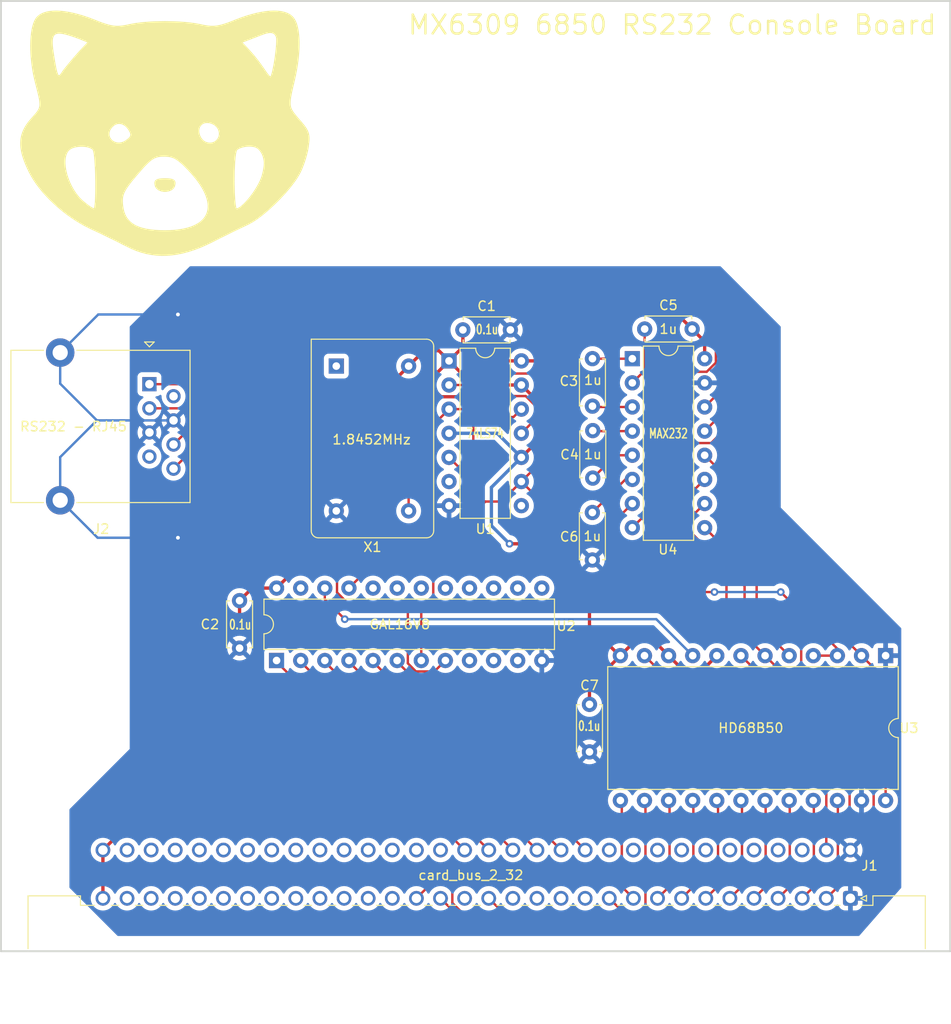
<source format=kicad_pcb>
(kicad_pcb (version 20221018) (generator pcbnew)

  (general
    (thickness 1.6)
  )

  (paper "A4")
  (layers
    (0 "F.Cu" signal)
    (31 "B.Cu" signal)
    (32 "B.Adhes" user "B.Adhesive")
    (33 "F.Adhes" user "F.Adhesive")
    (34 "B.Paste" user)
    (35 "F.Paste" user)
    (36 "B.SilkS" user "B.Silkscreen")
    (37 "F.SilkS" user "F.Silkscreen")
    (38 "B.Mask" user)
    (39 "F.Mask" user)
    (40 "Dwgs.User" user "User.Drawings")
    (41 "Cmts.User" user "User.Comments")
    (42 "Eco1.User" user "User.Eco1")
    (43 "Eco2.User" user "User.Eco2")
    (44 "Edge.Cuts" user)
    (45 "Margin" user)
    (46 "B.CrtYd" user "B.Courtyard")
    (47 "F.CrtYd" user "F.Courtyard")
    (48 "B.Fab" user)
    (49 "F.Fab" user)
    (50 "User.1" user)
    (51 "User.2" user)
    (52 "User.3" user)
    (53 "User.4" user)
    (54 "User.5" user)
    (55 "User.6" user)
    (56 "User.7" user)
    (57 "User.8" user)
    (58 "User.9" user)
  )

  (setup
    (stackup
      (layer "F.SilkS" (type "Top Silk Screen"))
      (layer "F.Paste" (type "Top Solder Paste"))
      (layer "F.Mask" (type "Top Solder Mask") (thickness 0.01))
      (layer "F.Cu" (type "copper") (thickness 0.035))
      (layer "dielectric 1" (type "core") (thickness 1.51) (material "FR4") (epsilon_r 4.5) (loss_tangent 0.02))
      (layer "B.Cu" (type "copper") (thickness 0.035))
      (layer "B.Mask" (type "Bottom Solder Mask") (thickness 0.01))
      (layer "B.Paste" (type "Bottom Solder Paste"))
      (layer "B.SilkS" (type "Bottom Silk Screen"))
      (copper_finish "None")
      (dielectric_constraints no)
    )
    (pad_to_mask_clearance 0)
    (pcbplotparams
      (layerselection 0x00010fc_ffffffff)
      (plot_on_all_layers_selection 0x0000000_00000000)
      (disableapertmacros false)
      (usegerberextensions false)
      (usegerberattributes true)
      (usegerberadvancedattributes true)
      (creategerberjobfile true)
      (dashed_line_dash_ratio 12.000000)
      (dashed_line_gap_ratio 3.000000)
      (svgprecision 6)
      (plotframeref false)
      (viasonmask false)
      (mode 1)
      (useauxorigin false)
      (hpglpennumber 1)
      (hpglpenspeed 20)
      (hpglpendiameter 15.000000)
      (dxfpolygonmode true)
      (dxfimperialunits true)
      (dxfusepcbnewfont true)
      (psnegative false)
      (psa4output false)
      (plotreference true)
      (plotvalue true)
      (plotinvisibletext false)
      (sketchpadsonfab false)
      (subtractmaskfromsilk false)
      (outputformat 1)
      (mirror false)
      (drillshape 0)
      (scaleselection 1)
      (outputdirectory "../gerbers/serial_board/")
    )
  )

  (net 0 "")
  (net 1 "VCC")
  (net 2 "GND")
  (net 3 "Net-(U4-C1+)")
  (net 4 "Net-(U4-C1-)")
  (net 5 "Net-(U4-C2+)")
  (net 6 "Net-(U4-C2-)")
  (net 7 "Net-(U4-VS+)")
  (net 8 "Net-(U4-VS-)")
  (net 9 "Net-(J1-A0)")
  (net 10 "unconnected-(J1-A1-Pad3)")
  (net 11 "unconnected-(J1-A2-Pad4)")
  (net 12 "unconnected-(J1-A3-Pad5)")
  (net 13 "unconnected-(J1-A4-Pad6)")
  (net 14 "unconnected-(J1-A5-Pad7)")
  (net 15 "unconnected-(J1-A6-Pad8)")
  (net 16 "unconnected-(J1-A7-Pad9)")
  (net 17 "unconnected-(J1-A8-Pad10)")
  (net 18 "unconnected-(J1-A9-Pad11)")
  (net 19 "Net-(J1-A10)")
  (net 20 "Net-(J1-A11)")
  (net 21 "Net-(J1-A12)")
  (net 22 "Net-(J1-A13)")
  (net 23 "Net-(J1-A14)")
  (net 24 "Net-(J1-A15)")
  (net 25 "unconnected-(J1-A16-Pad18)")
  (net 26 "unconnected-(J1-A17-Pad19)")
  (net 27 "unconnected-(J1-A18-Pad20)")
  (net 28 "unconnected-(J1-PB0-Pad21)")
  (net 29 "unconnected-(J1-PB1-Pad22)")
  (net 30 "unconnected-(J1-PB2-Pad23)")
  (net 31 "unconnected-(J1-PB3-Pad24)")
  (net 32 "unconnected-(J1-PB4-Pad25)")
  (net 33 "unconnected-(J1-PB5-Pad26)")
  (net 34 "unconnected-(J1-PB6-Pad27)")
  (net 35 "unconnected-(J1-PB7-Pad28)")
  (net 36 "unconnected-(J1-MIo1-Pad29)")
  (net 37 "unconnected-(J1-MIo2-Pad30)")
  (net 38 "unconnected-(J1-MIo3-Pad31)")
  (net 39 "unconnected-(J1-NC-Pad34)")
  (net 40 "unconnected-(J1-NC-Pad35)")
  (net 41 "unconnected-(J1-NC-Pad36)")
  (net 42 "unconnected-(J1-NC-Pad37)")
  (net 43 "unconnected-(J1-PA7-Pad38)")
  (net 44 "unconnected-(J1-PA6-Pad39)")
  (net 45 "unconnected-(J1-PA5-Pad40)")
  (net 46 "unconnected-(J1-PA4-Pad41)")
  (net 47 "unconnected-(J1-PA3-Pad42)")
  (net 48 "unconnected-(J1-PA2-Pad43)")
  (net 49 "unconnected-(J1-PA1-Pad44)")
  (net 50 "unconnected-(J1-PA0-Pad45)")
  (net 51 "Net-(J1-TX)")
  (net 52 "Net-(J1-RX)")
  (net 53 "unconnected-(J1-~{NMI}-Pad48)")
  (net 54 "Net-(J1-~{FIRQ})")
  (net 55 "unconnected-(J1-~{IRQ}-Pad50)")
  (net 56 "unconnected-(J1-~{RESET}-Pad51)")
  (net 57 "unconnected-(J1-~{HALT}-Pad52)")
  (net 58 "unconnected-(J1-Q-Pad53)")
  (net 59 "Net-(J1-E)")
  (net 60 "Net-(J1-R{slash}~{W})")
  (net 61 "Net-(J1-D7)")
  (net 62 "Net-(J1-D6)")
  (net 63 "Net-(J1-D5)")
  (net 64 "Net-(J1-D4)")
  (net 65 "Net-(J1-D3)")
  (net 66 "Net-(J1-D2)")
  (net 67 "Net-(J1-D1)")
  (net 68 "Net-(J1-D0)")
  (net 69 "Net-(J2-RTS)")
  (net 70 "unconnected-(J2-RDY_Out-Pad2)")
  (net 71 "Net-(J2-D_Out)")
  (net 72 "Net-(J2-D_In)")
  (net 73 "unconnected-(J2-CD-Pad7)")
  (net 74 "Net-(J2-CTS)")
  (net 75 "Net-(U1A-D)")
  (net 76 "Net-(U1A-C)")
  (net 77 "Net-(U1A-Q)")
  (net 78 "unconnected-(U1A-~{Q}-Pad6)")
  (net 79 "unconnected-(U1B-~{Q}-Pad8)")
  (net 80 "Net-(U1B-D)")
  (net 81 "unconnected-(U2-I9-Pad9)")
  (net 82 "unconnected-(U2-I10-Pad10)")
  (net 83 "unconnected-(U2-I11{slash}~{OE}-Pad11)")
  (net 84 "unconnected-(U2-I{slash}~{OE}-Pad13)")
  (net 85 "unconnected-(U2-I12-Pad14)")
  (net 86 "unconnected-(U2-IO8-Pad15)")
  (net 87 "unconnected-(U2-IO7-Pad16)")
  (net 88 "unconnected-(U2-IO6-Pad17)")
  (net 89 "unconnected-(U2-IO5-Pad18)")
  (net 90 "unconnected-(U2-IO4-Pad19)")
  (net 91 "unconnected-(U2-I03-Pad20)")
  (net 92 "Net-(U2-IO1)")
  (net 93 "unconnected-(U2-I13-Pad23)")
  (net 94 "Net-(U3-~{RTS})")
  (net 95 "Net-(U3-~{CTS})")
  (net 96 "unconnected-(X1-NC-Pad1)")

  (footprint "Capacitor_THT:C_Disc_D4.7mm_W2.5mm_P5.00mm" (layer "F.Cu") (at 157.651865 115.961053 -90))

  (footprint "Package_DIP:DIP-24_W7.62mm" (layer "F.Cu") (at 124.692514 111.342693 90))

  (footprint "Package_DIP:DIP-14_W7.62mm" (layer "F.Cu") (at 142.856865 79.811053))

  (footprint "Capacitor_THT:C_Disc_D4.7mm_W2.5mm_P5.00mm" (layer "F.Cu") (at 157.997937 87.149517 -90))

  (footprint "Capacitor_THT:C_Disc_D4.7mm_W2.5mm_P5.00mm" (layer "F.Cu") (at 163.465812 76.46))

  (footprint "Connector_RJ:RJ45_Ninigi_GE" (layer "F.Cu") (at 111.296865 82.266053 -90))

  (footprint "card_bus_2_32:DIN41612_R_2x32_Male_Horizontal_THT" (layer "F.Cu") (at 144.49942 95.189144 -90))

  (footprint "Capacitor_THT:C_Disc_D4.7mm_W2.5mm_P5.00mm" (layer "F.Cu") (at 120.792514 105.042693 -90))

  (footprint "Capacitor_THT:C_Disc_D4.7mm_W2.5mm_P5.00mm" (layer "F.Cu") (at 157.957494 95.768648 -90))

  (footprint "Oscillator:Oscillator_DIP-14" (layer "F.Cu") (at 130.981865 80.361053 -90))

  (footprint "Capacitor_THT:C_Disc_D4.7mm_W2.5mm_P5.00mm" (layer "F.Cu") (at 144.316865 76.551053))

  (footprint "Capacitor_THT:C_Disc_D4.7mm_W2.5mm_P5.00mm" (layer "F.Cu") (at 157.965812 79.578057 -90))

  (footprint "Package_DIP:DIP-16_W7.62mm" (layer "F.Cu") (at 162.165812 79.585))

  (footprint "Package_DIP:DIP-24_W15.24mm" (layer "F.Cu") (at 188.84687 110.831228 -90))

  (gr_poly
    (pts
      (xy 113.091888 60.694386)
      (xy 113.234291 60.699648)
      (xy 113.299957 60.703697)
      (xy 113.362018 60.708735)
      (xy 113.42054 60.714793)
      (xy 113.475586 60.721904)
      (xy 113.527222 60.7301)
      (xy 113.575511 60.739413)
      (xy 113.620519 60.749877)
      (xy 113.66231 60.761522)
      (xy 113.700949 60.774382)
      (xy 113.736501 60.788488)
      (xy 113.769029 60.803874)
      (xy 113.798599 60.820571)
      (xy 113.825274 60.838611)
      (xy 113.849121 60.858027)
      (xy 113.870203 60.878852)
      (xy 113.888585 60.901117)
      (xy 113.904331 60.924855)
      (xy 113.917506 60.950097)
      (xy 113.928175 60.976878)
      (xy 113.936402 61.005228)
      (xy 113.942253 61.03518)
      (xy 113.94579 61.066766)
      (xy 113.94708 61.100018)
      (xy 113.946186 61.13497)
      (xy 113.943174 61.171653)
      (xy 113.938107 61.210099)
      (xy 113.931051 61.250341)
      (xy 113.92207 61.292411)
      (xy 113.904388 61.369306)
      (xy 113.87818 61.441239)
      (xy 113.844013 61.508212)
      (xy 113.802456 61.570224)
      (xy 113.754079 61.627274)
      (xy 113.699448 61.679364)
      (xy 113.639133 61.726493)
      (xy 113.573702 61.768661)
      (xy 113.503724 61.805868)
      (xy 113.429766 61.838114)
      (xy 113.352398 61.865399)
      (xy 113.272187 61.887724)
      (xy 113.189703 61.905087)
      (xy 113.105514 61.917489)
      (xy 113.020187 61.924931)
      (xy 112.934292 61.927411)
      (xy 112.848398 61.924931)
      (xy 112.763071 61.917489)
      (xy 112.678882 61.905087)
      (xy 112.596397 61.887724)
      (xy 112.516187 61.865399)
      (xy 112.438819 61.838114)
      (xy 112.364861 61.805868)
      (xy 112.294883 61.768661)
      (xy 112.229452 61.726493)
      (xy 112.169137 61.679364)
      (xy 112.114506 61.627274)
      (xy 112.066128 61.570224)
      (xy 112.024572 61.508212)
      (xy 111.990405 61.441239)
      (xy 111.964197 61.369306)
      (xy 111.946515 61.292411)
      (xy 111.930478 61.210099)
      (xy 111.922399 61.13497)
      (xy 111.921506 61.100018)
      (xy 111.922795 61.066766)
      (xy 111.926333 61.03518)
      (xy 111.932183 61.005228)
      (xy 111.94041 60.976878)
      (xy 111.95108 60.950097)
      (xy 111.964255 60.924855)
      (xy 111.980001 60.901117)
      (xy 111.998383 60.878852)
      (xy 112.019465 60.858027)
      (xy 112.043311 60.838611)
      (xy 112.069987 60.820571)
      (xy 112.099557 60.803874)
      (xy 112.132085 60.788488)
      (xy 112.167636 60.774382)
      (xy 112.206275 60.761522)
      (xy 112.293074 60.739413)
      (xy 112.392999 60.721904)
      (xy 112.506567 60.708735)
      (xy 112.634293 60.699648)
      (xy 112.776696 60.694386)
      (xy 112.934292 60.692689)
    )

    (stroke (width 0.2) (type solid)) (fill solid) (layer "F.SilkS") (tstamp 44c1456c-aada-4376-a706-1d4bb6b55421))
  (gr_poly
    (pts
      (xy 124.682715 43.054172)
      (xy 124.860663 43.066378)
      (xy 125.031746 43.085152)
      (xy 125.195774 43.110516)
      (xy 125.352562 43.142487)
      (xy 125.501921 43.181086)
      (xy 125.643664 43.226332)
      (xy 125.777604 43.278244)
      (xy 125.903553 43.336842)
      (xy 126.021325 43.402145)
      (xy 126.130731 43.474172)
      (xy 126.231585 43.552943)
      (xy 126.3237 43.638477)
      (xy 126.406887 43.730794)
      (xy 126.480959 43.829913)
      (xy 126.604991 44.034577)
      (xy 126.712539 44.276604)
      (xy 126.803653 44.553667)
      (xy 126.878385 44.863442)
      (xy 126.936788 45.203602)
      (xy 126.978913 45.571822)
      (xy 127.004812 45.965778)
      (xy 127.014535 46.383142)
      (xy 127.008136 46.821591)
      (xy 126.985665 47.278798)
      (xy 126.947175 47.752439)
      (xy 126.892716 48.240187)
      (xy 126.822342 48.739717)
      (xy 126.736102 49.248704)
      (xy 126.63405 49.764823)
      (xy 126.516236 50.285747)
      (xy 126.297403 51.21861)
      (xy 126.213618 51.600473)
      (xy 126.148024 51.934432)
      (xy 126.122306 52.085433)
      (xy 126.101446 52.226843)
      (xy 126.085547 52.359454)
      (xy 126.074712 52.484062)
      (xy 126.069045 52.601461)
      (xy 126.068648 52.712446)
      (xy 126.073627 52.817811)
      (xy 126.084082 52.91835)
      (xy 126.100119 53.014859)
      (xy 126.121841 53.108132)
      (xy 126.14935 53.198963)
      (xy 126.18275 53.288147)
      (xy 126.222145 53.376478)
      (xy 126.267637 53.464751)
      (xy 126.319331 53.55376)
      (xy 126.377329 53.644301)
      (xy 126.441735 53.737166)
      (xy 126.512652 53.833152)
      (xy 126.674434 54.037661)
      (xy 126.863501 54.264185)
      (xy 127.08068 54.519079)
      (xy 127.249886 54.710015)
      (xy 127.400799 54.88736)
      (xy 127.534142 55.053232)
      (xy 127.650638 55.209752)
      (xy 127.751011 55.359036)
      (xy 127.835984 55.503205)
      (xy 127.906281 55.644376)
      (xy 127.936153 55.7145)
      (xy 127.962626 55.784669)
      (xy 127.985792 55.855148)
      (xy 128.005741 55.926202)
      (xy 128.022564 55.998096)
      (xy 128.036351 56.071094)
      (xy 128.055179 56.221464)
      (xy 128.062947 56.37943)
      (xy 128.060381 56.547112)
      (xy 128.048202 56.726627)
      (xy 128.027136 56.920095)
      (xy 127.997904 57.129634)
      (xy 127.98104 57.274087)
      (xy 127.957252 57.428669)
      (xy 127.927055 57.591932)
      (xy 127.890968 57.762429)
      (xy 127.803186 58.119341)
      (xy 127.698042 58.487829)
      (xy 127.579668 58.856316)
      (xy 127.452199 59.213228)
      (xy 127.31977 59.546989)
      (xy 127.186514 59.846023)
      (xy 127.015819 60.177967)
      (xy 126.798253 60.535387)
      (xy 126.539035 60.913168)
      (xy 126.243386 61.306193)
      (xy 125.916524 61.709347)
      (xy 125.563669 62.117513)
      (xy 125.19004 62.525576)
      (xy 124.800856 62.92842)
      (xy 124.401337 63.320928)
      (xy 123.996701 63.697985)
      (xy 123.59217 64.054475)
      (xy 123.192961 64.385281)
      (xy 122.804293 64.685288)
      (xy 122.431388 64.949381)
      (xy 122.079462 65.172441)
      (xy 121.753737 65.349355)
      (xy 120.1045 66.143106)
      (xy 118.995455 66.688809)
      (xy 117.873181 67.254356)
      (xy 117.238465 67.559867)
      (xy 116.61703 67.828171)
      (xy 116.008101 68.059268)
      (xy 115.410903 68.253158)
      (xy 114.824659 68.409841)
      (xy 114.248596 68.529317)
      (xy 113.681938 68.611586)
      (xy 113.12391 68.656648)
      (xy 112.573737 68.664503)
      (xy 112.030644 68.63515)
      (xy 111.493855 68.568591)
      (xy 110.962595 68.464825)
      (xy 110.43609 68.323852)
      (xy 109.913564 68.145672)
      (xy 109.394242 67.930284)
      (xy 108.877349 67.67769)
      (xy 108.039501 67.252152)
      (xy 107.042904 66.760468)
      (xy 106.019848 66.268783)
      (xy 105.102626 65.843244)
      (xy 104.600702 65.591813)
      (xy 104.101826 65.315111)
      (xy 103.608222 65.015156)
      (xy 103.12211 64.693961)
      (xy 102.645714 64.353542)
      (xy 102.181255 63.995916)
      (xy 101.730955 63.623096)
      (xy 101.297037 63.237099)
      (xy 100.881722 62.83994)
      (xy 100.487233 62.433634)
      (xy 100.115791 62.020197)
      (xy 99.769619 61.601644)
      (xy 99.450939 61.17999)
      (xy 99.161973 60.757251)
      (xy 98.904943 60.335443)
      (xy 98.682072 59.91658)
      (xy 98.465453 59.465272)
      (xy 98.278651 59.036289)
      (xy 98.220984 58.886248)
      (xy 102.35243 58.886248)
      (xy 102.356274 59.071446)
      (xy 102.391681 59.457279)
      (xy 102.462538 59.858616)
      (xy 102.567037 60.269357)
      (xy 102.703368 60.683406)
      (xy 102.869723 61.094664)
      (xy 103.064293 61.497034)
      (xy 103.28527 61.884418)
      (xy 103.530845 62.250718)
      (xy 103.79921 62.589835)
      (xy 103.941372 62.747295)
      (xy 104.088554 62.895673)
      (xy 104.24053 63.034207)
      (xy 104.397071 63.162134)
      (xy 104.48338 63.234007)
      (xy 104.569946 63.303865)
      (xy 104.656203 63.371346)
      (xy 104.741581 63.436088)
      (xy 104.825512 63.497729)
      (xy 104.907427 63.555909)
      (xy 104.986759 63.610264)
      (xy 105.062939 63.660433)
      (xy 105.135398 63.706055)
      (xy 105.203568 63.746767)
      (xy 105.26688 63.782209)
      (xy 105.324766 63.812018)
      (xy 105.376658 63.835832)
      (xy 105.421987 63.85329)
      (xy 105.460184 63.86403)
      (xy 105.476431 63.866768)
      (xy 105.490682 63.867691)
      (xy 105.519315 63.851179)
      (xy 105.5457 63.802983)
      (xy 105.59183 63.619575)
      (xy 105.629278 63.333537)
      (xy 105.656002 62.989879)
      (xy 108.397172 62.989879)
      (xy 108.403226 63.175742)
      (xy 108.418738 63.3738)
      (xy 108.465186 63.73066)
      (xy 108.538972 64.060752)
      (xy 108.58639 64.215921)
      (xy 108.640972 64.364592)
      (xy 108.702828 64.506829)
      (xy 108.772067 64.642697)
      (xy 108.848799 64.772261)
      (xy 108.933134 64.895585)
      (xy 109.025181 65.012733)
      (xy 109.125051 65.123771)
      (xy 109.232854 65.228762)
      (xy 109.348698 65.327772)
      (xy 109.472695 65.420865)
      (xy 109.604953 65.508106)
      (xy 109.745583 65.589559)
      (xy 109.894694 65.665288)
      (xy 110.2188 65.799837)
      (xy 110.578149 65.912267)
      (xy 110.97362 66.003097)
      (xy 111.406092 66.072843)
      (xy 111.876442 66.122022)
      (xy 112.385549 66.151151)
      (xy 112.934292 66.160745)
      (xy 113.382926 66.153044)
      (xy 113.809312 66.130144)
      (xy 114.213323 66.092348)
      (xy 114.594829 66.03996)
      (xy 114.9537 65.973284)
      (xy 115.289808 65.892622)
      (xy 115.603023 65.798279)
      (xy 115.893216 65.690559)
      (xy 116.160259 65.569764)
      (xy 116.404021 65.436199)
      (xy 116.624373 65.290167)
      (xy 116.821187 65.131971)
      (xy 116.994333 64.961916)
      (xy 117.143683 64.780304)
      (xy 117.269106 64.58744)
      (xy 117.370473 64.383627)
      (xy 117.447656 64.169169)
      (xy 117.500526 63.944369)
      (xy 117.528952 63.709531)
      (xy 117.532806 63.464958)
      (xy 117.511959 63.210954)
      (xy 117.466281 62.947823)
      (xy 117.395644 62.675869)
      (xy 117.299918 62.395394)
      (xy 117.178973 62.106702)
      (xy 117.032682 61.810097)
      (xy 116.860914 61.505884)
      (xy 116.66354 61.194364)
      (xy 116.494381 60.952864)
      (xy 120.170648 60.952864)
      (xy 120.191112 62.038965)
      (xy 120.245062 62.970863)
      (xy 120.284207 63.339583)
      (xy 120.331258 63.622469)
      (xy 120.386061 63.803758)
      (xy 120.416321 63.851379)
      (xy 120.44846 63.867691)
      (xy 120.514125 63.861578)
      (xy 120.58517 63.843592)
      (xy 120.66119 63.814264)
      (xy 120.741776 63.774122)
      (xy 120.915021 63.663517)
      (xy 121.101651 63.516015)
      (xy 121.298409 63.335854)
      (xy 121.502039 63.127271)
      (xy 121.709288 62.894503)
      (xy 121.916898 62.641788)
      (xy 122.121614 62.373363)
      (xy 122.32018 62.093466)
      (xy 122.509342 61.806334)
      (xy 122.685842 61.516205)
      (xy 122.846427 61.227317)
      (xy 122.987839 60.943906)
      (xy 123.106824 60.67021)
      (xy 123.200125 60.410467)
      (xy 123.255944 60.205251)
      (xy 123.304374 60.012283)
      (xy 123.345465 59.83058)
      (xy 123.37927 59.659161)
      (xy 123.40584 59.497044)
      (xy 123.425227 59.343246)
      (xy 123.437483 59.196786)
      (xy 123.442659 59.056683)
      (xy 123.440808 58.921954)
      (xy 123.43198 58.791617)
      (xy 123.416227 58.664692)
      (xy 123.393602 58.540195)
      (xy 123.364155 58.417144)
      (xy 123.327938 58.294559)
      (xy 123.285004 58.171458)
      (xy 123.235404 58.046857)
      (xy 123.175364 57.932308)
      (xy 123.11393 57.826647)
      (xy 123.050532 57.729667)
      (xy 122.984601 57.641163)
      (xy 122.91557 57.560926)
      (xy 122.84287 57.488752)
      (xy 122.765932 57.424432)
      (xy 122.725697 57.395153)
      (xy 122.684189 57.36776)
      (xy 122.641337 57.342227)
      (xy 122.597071 57.318529)
      (xy 122.551319 57.29664)
      (xy 122.50401 57.276534)
      (xy 122.404438 57.241566)
      (xy 122.297787 57.21342)
      (xy 122.183487 57.191888)
      (xy 122.06097 57.176764)
      (xy 121.929669 57.167841)
      (xy 121.789013 57.164913)
      (xy 121.682879 57.167341)
      (xy 121.576589 57.174421)
      (xy 121.470816 57.185842)
      (xy 121.366232 57.201293)
      (xy 121.263508 57.220465)
      (xy 121.163316 57.243047)
      (xy 121.066328 57.268731)
      (xy 120.973216 57.297204)
      (xy 120.884651 57.328158)
      (xy 120.801306 57.361283)
      (xy 120.723852 57.396268)
      (xy 120.65296 57.432803)
      (xy 120.589304 57.470579)
      (xy 120.533554 57.509285)
      (xy 120.486382 57.548611)
      (xy 120.466223 57.568409)
      (xy 120.44846 57.588247)
      (xy 120.413317 57.659025)
      (xy 120.380635 57.757599)
      (xy 120.322576 58.030252)
      (xy 120.27413 58.390445)
      (xy 120.23514 58.822417)
      (xy 120.18491 59.838651)
      (xy 120.170648 60.952864)
      (xy 116.494381 60.952864)
      (xy 116.440431 60.875842)
      (xy 116.191459 60.550622)
      (xy 115.916493 60.219006)
      (xy 115.615405 59.881299)
      (xy 115.386056 59.635949)
      (xy 115.172985 59.415041)
      (xy 114.974281 59.217387)
      (xy 114.78803 59.0418)
      (xy 114.612322 58.887089)
      (xy 114.445243 58.752067)
      (xy 114.284883 58.635546)
      (xy 114.129328 58.536335)
      (xy 114.052755 58.492851)
      (xy 113.976667 58.453248)
      (xy 113.900824 58.41738)
      (xy 113.824988 58.385096)
      (xy 113.748919 58.356248)
      (xy 113.672379 58.330689)
      (xy 113.595128 58.308269)
      (xy 113.516928 58.28884)
      (xy 113.356722 58.258359)
      (xy 113.18985 58.238059)
      (xy 113.0144 58.226751)
      (xy 112.828459 58.223245)
      (xy 112.637463 58.226819)
      (xy 112.459697 58.23861)
      (xy 112.292678 58.26022)
      (xy 112.133929 58.29325)
      (xy 111.980966 58.339302)
      (xy 111.831312 58.399979)
      (xy 111.682483 58.476882)
      (xy 111.532002 58.571614)
      (xy 111.377386 58.685775)
      (xy 111.216155 58.82097)
      (xy 111.04583 58.978798)
      (xy 110.863929 59.160863)
      (xy 110.667972 59.368766)
      (xy 110.455478 59.604109)
      (xy 109.97096 60.163524)
      (xy 109.719821 60.460801)
      (xy 109.494779 60.732654)
      (xy 109.294645 60.981768)
      (xy 109.11823 61.210833)
      (xy 108.964347 61.422534)
      (xy 108.831805 61.619559)
      (xy 108.719417 61.804595)
      (xy 108.67041 61.893457)
      (xy 108.625995 61.980329)
      (xy 108.586024 62.065548)
      (xy 108.550349 62.149449)
      (xy 108.518821 62.232368)
      (xy 108.491292 62.314641)
      (xy 108.467612 62.396604)
      (xy 108.447634 62.478593)
      (xy 108.431208 62.560944)
      (xy 108.418187 62.643992)
      (xy 108.408421 62.728074)
      (xy 108.401762 62.813525)
      (xy 108.397172 62.989879)
      (xy 105.656002 62.989879)
      (xy 105.658252 62.960941)
      (xy 105.6916 62.020361)
      (xy 105.693529 60.926406)
      (xy 105.665693 59.807645)
      (xy 105.609745 58.792651)
      (xy 105.571745 58.364245)
      (xy 105.527338 58.009995)
      (xy 105.476729 57.745972)
      (xy 105.420127 57.588247)
      (xy 105.3831 57.540088)
      (xy 105.338478 57.494842)
      (xy 105.286724 57.452528)
      (xy 105.228304 57.413167)
      (xy 105.163682 57.376777)
      (xy 105.093325 57.343378)
      (xy 104.937262 57.285629)
      (xy 104.763836 57.240076)
      (xy 104.576767 57.206874)
      (xy 104.379777 57.186178)
      (xy 104.176585 57.178142)
      (xy 103.970913 57.182922)
      (xy 103.766481 57.200673)
      (xy 103.56701 57.23155)
      (xy 103.376221 57.275707)
      (xy 103.197834 57.333301)
      (xy 103.114454 57.367184)
      (xy 103.03557 57.404485)
      (xy 102.961646 57.445222)
      (xy 102.893149 57.489415)
      (xy 102.830543 57.537084)
      (xy 102.774294 57.588247)
      (xy 102.684132 57.690542)
      (xy 102.60532 57.805098)
      (xy 102.537632 57.931152)
      (xy 102.48084 58.067942)
      (xy 102.43472 58.214705)
      (xy 102.399045 58.370679)
      (xy 102.373589 58.535103)
      (xy 102.358126 58.707213)
      (xy 102.35243 58.886248)
      (xy 98.220984 58.886248)
      (xy 98.121718 58.627976)
      (xy 97.994706 58.238681)
      (xy 97.942436 58.050647)
      (xy 97.897666 57.866748)
      (xy 97.860402 57.686776)
      (xy 97.830651 57.510525)
      (xy 97.808418 57.337788)
      (xy 97.793711 57.168358)
      (xy 97.786535 57.002029)
      (xy 97.786898 56.838594)
      (xy 97.794805 56.677846)
      (xy 97.810264 56.519578)
      (xy 97.833281 56.363584)
      (xy 97.863861 56.209657)
      (xy 97.902013 56.057591)
      (xy 97.940409 55.931293)
      (xy 106.982822 55.931293)
      (xy 106.987782 56.029037)
      (xy 107.002761 56.124339)
      (xy 107.027286 56.216722)
      (xy 107.060888 56.305706)
      (xy 107.103094 56.390815)
      (xy 107.153432 56.47157)
      (xy 107.211431 56.547494)
      (xy 107.27662 56.618107)
      (xy 107.348527 56.682933)
      (xy 107.42668 56.741493)
      (xy 107.510608 56.79331)
      (xy 107.599839 56.837904)
      (xy 107.693902 56.874799)
      (xy 107.792325 56.903516)
      (xy 107.894637 56.923577)
      (xy 108.000366 56.934505)
      (xy 108.10904 56.93582)
      (xy 108.220188 56.927046)
      (xy 108.333339 56.907704)
      (xy 108.448021 56.877316)
      (xy 108.563762 56.835404)
      (xy 108.680092 56.78149)
      (xy 108.796537 56.715097)
      (xy 108.912627 56.635745)
      (xy 109.006489 56.564932)
      (xy 109.089705 56.497528)
      (xy 109.162379 56.432812)
      (xy 109.194795 56.401236)
      (xy 109.224615 56.37006)
      (xy 109.25185 56.339194)
      (xy 109.276515 56.308548)
      (xy 109.298622 56.27803)
      (xy 109.318183 56.247552)
      (xy 109.335213 56.217022)
      (xy 109.349723 56.18635)
      (xy 109.361727 56.155445)
      (xy 109.371238 56.124218)
      (xy 109.378268 56.092577)
      (xy 109.38283 56.060432)
      (xy 109.384938 56.027693)
      (xy 109.384604 55.994269)
      (xy 109.381842 55.96007)
      (xy 109.376663 55.925005)
      (xy 109.369082 55.888984)
      (xy 109.359111 55.851917)
      (xy 109.346762 55.813713)
      (xy 109.332049 55.774282)
      (xy 109.314985 55.733533)
      (xy 109.295583 55.691376)
      (xy 109.270434 55.642525)
      (xy 116.449185 55.642525)
      (xy 116.452599 55.710763)
      (xy 116.459598 55.779407)
      (xy 116.470123 55.84822)
      (xy 116.484118 55.916961)
      (xy 116.501523 55.985393)
      (xy 116.522281 56.053275)
      (xy 116.546333 56.12037)
      (xy 116.573622 56.186437)
      (xy 116.604088 56.251238)
      (xy 116.637675 56.314534)
      (xy 116.674323 56.376086)
      (xy 116.713975 56.435655)
      (xy 116.756572 56.493002)
      (xy 116.802057 56.547888)
      (xy 116.850372 56.600073)
      (xy 116.901457 56.64932)
      (xy 116.955256 56.695389)
      (xy 117.011709 56.73804)
      (xy 117.070759 56.777035)
      (xy 117.132348 56.812135)
      (xy 117.224806 56.854243)
      (xy 117.316798 56.888134)
      (xy 117.408068 56.914067)
      (xy 117.498355 56.9323)
      (xy 117.587402 56.943091)
      (xy 117.674951 56.9467)
      (xy 117.760743 56.943384)
      (xy 117.844519 56.933402)
      (xy 117.926021 56.917012)
      (xy 118.004991 56.894472)
      (xy 118.081171 56.866042)
      (xy 118.154302 56.831978)
      (xy 118.224125 56.79254)
      (xy 118.290383 56.747987)
      (xy 118.352817 56.698576)
      (xy 118.411168 56.644565)
      (xy 118.465179 56.586214)
      (xy 118.51459 56.52378)
      (xy 118.559144 56.457522)
      (xy 118.598581 56.387699)
      (xy 118.632644 56.314568)
      (xy 118.661075 56.238388)
      (xy 118.683614 56.159418)
      (xy 118.700004 56.077916)
      (xy 118.709986 55.99414)
      (xy 118.713302 55.908348)
      (xy 118.709693 55.8208)
      (xy 118.698901 55.731752)
      (xy 118.680668 55.641465)
      (xy 118.654735 55.550196)
      (xy 118.620844 55.458203)
      (xy 118.578736 55.365745)
      (xy 118.543636 55.304157)
      (xy 118.504641 55.245107)
      (xy 118.461989 55.188653)
      (xy 118.415921 55.134855)
      (xy 118.366674 55.08377)
      (xy 118.314489 55.035456)
      (xy 118.259603 54.989971)
      (xy 118.202256 54.947373)
      (xy 118.142687 54.907721)
      (xy 118.081135 54.871073)
      (xy 118.017839 54.837487)
      (xy 117.953038 54.80702)
      (xy 117.886971 54.779732)
      (xy 117.819877 54.75568)
      (xy 117.751994 54.734922)
      (xy 117.683563 54.717517)
      (xy 117.614822 54.703522)
      (xy 117.546009 54.692996)
      (xy 117.477365 54.685998)
      (xy 117.409127 54.682584)
      (xy 117.341535 54.682813)
      (xy 117.274829 54.686744)
      (xy 117.209246 54.694434)
      (xy 117.145026 54.705941)
      (xy 117.082408 54.721325)
      (xy 117.021632 54.740642)
      (xy 116.962935 54.763952)
      (xy 116.906557 54.791311)
      (xy 116.852737 54.822779)
      (xy 116.801714 54.858413)
      (xy 116.753727 54.898271)
      (xy 116.709015 54.942413)
      (xy 116.664874 54.987125)
      (xy 116.625015 55.035112)
      (xy 116.589381 55.086135)
      (xy 116.557913 55.139954)
      (xy 116.530553 55.196332)
      (xy 116.507244 55.255029)
      (xy 116.487927 55.315806)
      (xy 116.472543 55.378424)
      (xy 116.461035 55.442644)
      (xy 116.453345 55.508227)
      (xy 116.449414 55.574933)
      (xy 116.449185 55.642525)
      (xy 109.270434 55.642525)
      (xy 109.249815 55.602475)
      (xy 109.194849 55.506856)
      (xy 109.147735 55.432754)
      (xy 109.099058 55.362585)
      (xy 109.048908 55.296356)
      (xy 108.997376 55.234074)
      (xy 108.944552 55.175745)
      (xy 108.890526 55.121376)
      (xy 108.835389 55.070974)
      (xy 108.779232 55.024544)
      (xy 108.722145 54.982092)
      (xy 108.664218 54.943627)
      (xy 108.605541 54.909153)
      (xy 108.546206 54.878678)
      (xy 108.486302 54.852208)
      (xy 108.42592 54.829749)
      (xy 108.365151 54.811309)
      (xy 108.304085 54.796892)
      (xy 108.242811 54.786506)
      (xy 108.181422 54.780157)
      (xy 108.120007 54.777852)
      (xy 108.058656 54.779598)
      (xy 107.99746 54.785399)
      (xy 107.93651 54.795264)
      (xy 107.875896 54.809199)
      (xy 107.815708 54.827209)
      (xy 107.756037 54.849302)
      (xy 107.696973 54.875484)
      (xy 107.638606 54.905761)
      (xy 107.581028 54.94014)
      (xy 107.524328 54.978627)
      (xy 107.468598 55.021229)
      (xy 107.413926 55.067952)
      (xy 107.360405 55.118803)
      (xy 107.268239 55.218872)
      (xy 107.189864 55.320323)
      (xy 107.124808 55.422679)
      (xy 107.072601 55.525461)
      (xy 107.032771 55.628192)
      (xy 107.004845 55.730393)
      (xy 106.988353 55.831586)
      (xy 106.982822 55.931293)
      (xy 97.940409 55.931293)
      (xy 97.947741 55.907178)
      (xy 98.001053 55.758212)
      (xy 98.061954 55.610486)
      (xy 98.130452 55.463794)
      (xy 98.206554 55.317929)
      (xy 98.290264 55.172683)
      (xy 98.38159 55.027852)
      (xy 98.480539 54.883226)
      (xy 98.587116 54.738601)
      (xy 98.823182 54.448524)
      (xy 99.227912 53.995287)
      (xy 99.387954 53.806238)
      (xy 99.521021 53.633828)
      (xy 99.628043 53.471753)
      (xy 99.672078 53.392622)
      (xy 99.70995 53.313709)
      (xy 99.741776 53.234229)
      (xy 99.767673 53.153392)
      (xy 99.787755 53.07041)
      (xy 99.802141 52.984496)
      (xy 99.810945 52.894861)
      (xy 99.814285 52.800718)
      (xy 99.805035 52.595752)
      (xy 99.775321 52.363294)
      (xy 99.726073 52.09704)
      (xy 99.658222 51.790685)
      (xy 99.572697 51.437924)
      (xy 99.352349 50.567969)
      (xy 99.228722 50.067517)
      (xy 99.122354 49.56076)
      (xy 99.033144 49.051317)
      (xy 98.960986 48.542803)
      (xy 98.905779 48.038837)
      (xy 98.867418 47.543036)
      (xy 98.8458 47.059018)
      (xy 98.840821 46.590399)
      (xy 98.848346 46.297686)
      (xy 101.01012 46.297686)
      (xy 101.013773 46.451047)
      (xy 101.023427 46.615892)
      (xy 101.059575 46.980607)
      (xy 101.116238 47.392968)
      (xy 101.19209 47.87287)
      (xy 101.26169 48.295307)
      (xy 101.326225 48.662348)
      (xy 101.386885 48.976058)
      (xy 101.416132 49.113561)
      (xy 101.444857 49.238506)
      (xy 101.473207 49.351152)
      (xy 101.501331 49.451757)
      (xy 101.529377 49.540581)
      (xy 101.557494 49.61788)
      (xy 101.585831 49.683914)
      (xy 101.614536 49.738941)
      (xy 101.643758 49.783219)
      (xy 101.673646 49.817007)
      (xy 101.688885 49.830047)
      (xy 101.704347 49.840562)
      (xy 101.720049 49.848584)
      (xy 101.736011 49.854145)
      (xy 101.75225 49.857276)
      (xy 101.768785 49.858012)
      (xy 101.785636 49.856383)
      (xy 101.80282 49.852422)
      (xy 101.820355 49.846162)
      (xy 101.838262 49.837634)
      (xy 101.875261 49.813906)
      (xy 101.913966 49.781496)
      (xy 101.954524 49.740663)
      (xy 101.997085 49.691665)
      (xy 102.041797 49.63476)
      (xy 102.088809 49.570208)
      (xy 102.138269 49.498265)
      (xy 102.245127 49.333245)
      (xy 102.382862 49.154376)
      (xy 102.553256 48.94078)
      (xy 102.963911 48.442482)
      (xy 103.420869 47.904496)
      (xy 103.867904 47.392968)
      (xy 104.926238 46.26408)
      (xy 120.942349 46.26408)
      (xy 121.824294 47.216579)
      (xy 122.016805 47.430175)
      (xy 122.220065 47.668575)
      (xy 122.428287 47.923512)
      (xy 122.635681 48.186717)
      (xy 122.836461 48.449923)
      (xy 123.024839 48.70486)
      (xy 123.195027 48.94326)
      (xy 123.341237 49.156856)
      (xy 123.406917 49.254344)
      (xy 123.471461 49.348059)
      (xy 123.534558 49.437537)
      (xy 123.595898 49.522312)
      (xy 123.655171 49.60192)
      (xy 123.712067 49.675895)
      (xy 123.766275 49.743772)
      (xy 123.817487 49.805086)
      (xy 123.865391 49.859372)
      (xy 123.909677 49.906165)
      (xy 123.950036 49.945)
      (xy 123.968646 49.961288)
      (xy 123.986158 49.975412)
      (xy 124.002533 49.987314)
      (xy 124.017732 49.996935)
      (xy 124.031717 50.004218)
      (xy 124.044448 50.009105)
      (xy 124.055888 50.011537)
      (xy 124.065997 50.011456)
      (xy 124.074737 50.008805)
      (xy 124.082068 50.003524)
      (xy 124.112325 49.967749)
      (xy 124.14346 49.914107)
      (xy 124.207745 49.75782)
      (xy 124.273685 49.543863)
      (xy 124.340037 49.281433)
      (xy 124.469022 48.647948)
      (xy 124.584777 47.930955)
      (xy 124.677382 47.20404)
      (xy 124.736913 46.54079)
      (xy 124.751176 46.256036)
      (xy 124.75345 46.014793)
      (xy 124.742495 45.82626)
      (xy 124.71707 45.699636)
      (xy 124.674833 45.605387)
      (xy 124.627222 45.521111)
      (xy 124.601272 45.482729)
      (xy 124.573823 45.44686)
      (xy 124.544824 45.413511)
      (xy 124.514223 45.382687)
      (xy 124.481968 45.354395)
      (xy 124.448008 45.328642)
      (xy 124.412291 45.305434)
      (xy 124.374765 45.284777)
      (xy 124.335379 45.266678)
      (xy 124.294081 45.251144)
      (xy 124.250819 45.238181)
      (xy 124.205542 45.227795)
      (xy 124.158197 45.219993)
      (xy 124.108734 45.214781)
      (xy 124.003245 45.212154)
      (xy 123.888661 45.219966)
      (xy 123.764569 45.238268)
      (xy 123.630555 45.267112)
      (xy 123.486205 45.306549)
      (xy 123.331107 45.356632)
      (xy 123.164847 45.417412)
      (xy 121.789013 45.946579)
      (xy 120.942349 46.26408)
      (xy 104.926238 46.26408)
      (xy 103.973737 45.876025)
      (xy 103.478496 45.693073)
      (xy 103.036327 45.54185)
      (xy 102.644904 45.423494)
      (xy 102.467496 45.376996)
      (xy 102.301902 45.339141)
      (xy 102.147832 45.310071)
      (xy 102.004995 45.289928)
      (xy 101.873101 45.278854)
      (xy 101.751858 45.276991)
      (xy 101.640977 45.284482)
      (xy 101.540166 45.301468)
      (xy 101.449134 45.328092)
      (xy 101.367592 45.364496)
      (xy 101.295248 45.410822)
      (xy 101.231812 45.467212)
      (xy 101.176993 45.533808)
      (xy 101.130501 45.610752)
      (xy 101.092044 45.698186)
      (xy 101.061332 45.796253)
      (xy 101.038074 45.905094)
      (xy 101.02198 46.024852)
      (xy 101.012759 46.155668)
      (xy 101.01012 46.297686)
      (xy 98.848346 46.297686)
      (xy 98.85238 46.140796)
      (xy 98.880371 45.713829)
      (xy 98.924692 45.313112)
      (xy 98.98524 44.942265)
      (xy 99.061911 44.604904)
      (xy 99.154601 44.304647)
      (xy 99.263208 44.045111)
      (xy 99.323447 43.931743)
      (xy 99.387627 43.829913)
      (xy 99.4617 43.730794)
      (xy 99.544887 43.638477)
      (xy 99.637001 43.552943)
      (xy 99.737855 43.474172)
      (xy 99.965034 43.336842)
      (xy 100.224923 43.226332)
      (xy 100.516025 43.142487)
      (xy 100.836841 43.085152)
      (xy 101.185872 43.054172)
      (xy 101.56162 43.049392)
      (xy 101.962586 43.070657)
      (xy 102.387272 43.117812)
      (xy 102.834178 43.190701)
      (xy 103.301806 43.289171)
      (xy 103.788659 43.413065)
      (xy 104.293236 43.562229)
      (xy 104.814039 43.736508)
      (xy 105.349571 43.935747)
      (xy 105.691161 44.073086)
      (xy 106.003657 44.194405)
      (xy 106.290211 44.300221)
      (xy 106.553977 44.391051)
      (xy 106.798105 44.467411)
      (xy 107.025748 44.529819)
      (xy 107.240059 44.578791)
      (xy 107.444189 44.614844)
      (xy 107.641292 44.638495)
      (xy 107.834519 44.65026)
      (xy 108.027022 44.650656)
      (xy 108.221954 44.6402)
      (xy 108.422467 44.619409)
      (xy 108.631714 44.588799)
      (xy 108.852846 44.548888)
      (xy 109.089016 44.500191)
      (xy 109.479242 44.419576)
      (xy 109.905641 44.349709)
      (xy 110.363046 44.290591)
      (xy 110.84629 44.242222)
      (xy 111.350204 44.204601)
      (xy 111.869621 44.177729)
      (xy 112.934293 44.156232)
      (xy 113.998965 44.177729)
      (xy 114.518382 44.204601)
      (xy 115.022296 44.242222)
      (xy 115.50554 44.290591)
      (xy 115.962945 44.349709)
      (xy 116.389344 44.419576)
      (xy 116.77957 44.500191)
      (xy 117.01574 44.548888)
      (xy 117.236872 44.588799)
      (xy 117.446118 44.619409)
      (xy 117.646631 44.6402)
      (xy 117.841563 44.650656)
      (xy 118.034067 44.65026)
      (xy 118.227294 44.638495)
      (xy 118.424396 44.614844)
      (xy 118.628527 44.578791)
      (xy 118.842838 44.529819)
      (xy 119.070481 44.467411)
      (xy 119.314609 44.391051)
      (xy 119.578374 44.300221)
      (xy 119.864929 44.194405)
      (xy 120.519015 43.935747)
      (xy 121.054547 43.736508)
      (xy 121.57535 43.562229)
      (xy 122.079928 43.413065)
      (xy 122.56678 43.289171)
      (xy 123.034409 43.190701)
      (xy 123.481315 43.117812)
      (xy 123.906001 43.070657)
      (xy 124.109542 43.056779)
      (xy 124.306967 43.049392)
      (xy 124.498087 43.048517)
    )

    (stroke (width 0.2) (type solid)) (fill solid) (layer "F.SilkS") (tstamp eeefd265-848d-4113-8899-6b720a97257a))
  (gr_rect (start 95.656865 41.936053) (end 195.656865 141.936053)
    (stroke (width 0.2) (type solid)) (fill none) (layer "Edge.Cuts") (tstamp 79790392-4a64-48b9-af38-0d36bce6a9e3))
  (gr_text "MX6309 6850 RS232 Console Board" (at 166.37 44.45) (layer "F.SilkS") (tstamp b54993b7-b84e-4dca-8155-88bed4ff7d32)
    (effects (font (size 2 2) (thickness 0.25)))
  )

  (segment (start 142.856865 79.811053) (end 141.785812 78.74) (width 0.35) (layer "F.Cu") (net 1) (tstamp 0411b11b-4f7c-489b-adf2-02f8c594d330))
  (segment (start 152.656865 84.531053) (end 150.476865 82.351053) (width 0.35) (layer "F.Cu") (net 1) (tstamp 04e90c72-4ddb-4f51-9b89-f11890052c09))
  (segment (start 137.16 81.802918) (end 137.16 94.615) (width 0.35) (layer "F.Cu") (net 1) (tstamp 14449075-82e3-4ded-9956-e2b9d412c57c))
  (segment (start 122.726865 114.961699) (end 106.39942 131.289144) (width 0.35) (layer "F.Cu") (net 1) (tstamp 210555a0-6a81-49ee-824a-9100b48bfc38))
  (segment (start 142.856865 79.811053) (end 144.316865 78.351053) (width 0.35) (layer "F.Cu") (net 1) (tstamp 25fe2511-ee78-4728-aa62-3468ec610cf4))
  (segment (start 168.465812 76.46) (end 166.741346 74.735534) (width 0.35) (layer "F.Cu") (net 1) (tstamp 2af5fc53-4c78-4fd3-9775-eb02a67597d6))
  (segment (start 140.222918 78.74) (end 138.601865 80.361053) (width 0.35) (layer "F.Cu") (net 1) (tstamp 2db18f03-39a2-4002-a7c0-cd58313fb58f))
  (segment (start 142.856865 79.811053) (end 144.325812 81.28) (width 0.35) (layer "F.Cu") (net 1) (tstamp 341a801f-5d04-41d9-913f-bb1a646e8415))
  (segment (start 141.785812 78.74) (end 140.222918 78.74) (width 0.35) (layer "F.Cu") (net 1) (tstamp 34dcdb4b-534f-4079-ae46-c787cda3feaf))
  (segment (start 162.518098 109.22) (end 160.90687 110.831228) (width 0.35) (layer "F.Cu") (net 1) (tstamp 39de9812-444a-41b5-a5c4-180400c72468))
  (segment (start 142.008657 83.588657) (end 141.156865 82.736865) (width 0.35) (layer "F.Cu") (net 1) (tstamp 40472d44-9084-4e82-b4d0-8fa687a0f66d))
  (segment (start 165.98687 110.831228) (end 167.58687 112.431228) (width 0.35) (layer "F.Cu") (net 1) (tstamp 420f0830-f7dc-4887-b65a-31beedaa71e9))
  (segment (start 120.792514 106.822514) (end 122.726865 108.756865) (width 0.35) (layer "F.Cu") (net 1) (tstamp 42b70b39-0270-4de8-a41d-9c347f62004a))
  (segment (start 145.415 81.28) (end 146.883947 79.811053) (width 0.35) (layer "F.Cu") (net 1) (tstamp 4d3fb3c1-fbda-4363-a82c-b0c0fdcd8521))
  (segment (start 141.156865 82.736865) (end 141.156865 81.511053) (width 0.35) (layer "F.Cu") (net 1) (tstamp 5325ff1c-3f7c-43df-ae5d-c41de5de043b))
  (segment (start 120.792514 105.042693) (end 122.112514 103.722693) (width 0.35) (layer "F.Cu") (net 1) (tstamp 5638cbff-7c28-48e1-859a-8c2b4f01662d))
  (segment (start 169.785812 79.585) (end 169.785812 77.78) (width 0.35) (layer "F.Cu") (net 1) (tstamp 5763ad8e-3441-4795-8025-16e99ddbef48))
  (segment (start 141.156865 81.511053) (end 142.856865 79.811053) (width 0.35) (layer "F.Cu") (net 1) (tstamp 6170d873-2b55-4045-ab17-5f0b061f1f81))
  (segment (start 150.476865 82.351053) (end 146.883947 82.351053) (width 0.35) (layer "F.Cu") (net 1) (tstamp 61e1f915-def4-41d5-a728-5ae8da86cad5))
  (segment (start 167.58687 112.431228) (end 169.46687 112.431228) (width 0.35) (layer "F.Cu") (net 1) (tstamp 62aa22a4-d527-41d5-9d2a-bdc4578f08bc))
  (segment (start 150.476865 89.971053) (end 152.656865 87.791053) (width 0.35) (layer "F.Cu") (net 1) (tstamp 68423f12-f5f1-4a34-a1f0-ac6552acc898))
  (segment (start 144.316865 78.351053) (end 144.316865 76.551053) (width 0.35) (layer "F.Cu") (net 1) (tstamp 7547c120-e848-44ff-90a0-b95bc7344843))
  (segment (start 164.375642 109.22) (end 162.518098 109.22) (width 0.35) (layer "F.Cu") (net 1) (tstamp 81f89901-e9cd-4331-96dc-c53e90e7213a))
  (segment (start 165.98687 110.831228) (end 164.375642 109.22) (width 0.35) (layer "F.Cu") (net 1) (tstamp 84899d6d-b058-4d82-889b-f773b9fc2297))
  (segment (start 106.39942 136.369144) (end 106.39942 131.289144) (width 0.35) (layer "F.Cu") (net 1) (tstamp 8a163e1a-0666-4ef6-902f-f2d25a08a686))
  (segment (start 122.726865 108.756865) (end 122.726865 114.961699) (width 0.35) (layer "F.Cu") (net 1) (tstamp 8f358ad4-9d87-4735-954d-877ae5f28757))
  (segment (start 126.815207 101.6) (end 124.692514 103.722693) (width 0.35) (layer "F.Cu") (net 1) (tstamp 99bbf4cd-a835-47c5-b4e1-a6cb887c75af))
  (segment (start 146.883947 79.811053) (end 150.476865 79.811053) (width 0.35) (layer "F.Cu") (net 1) (tstamp 9c872e96-1703-4c99-a02c-7aab725904d0))
  (segment (start 146.883947 82.351053) (end 145.646343 83.588657) (width 0.35) (layer "F.Cu") (net 1) (tstamp a25edd27-b475-46ec-8d01-16b9b1d3e7af))
  (segment (start 145.646343 83.588657) (end 142.008657 83.588657) (width 0.35) (layer "F.Cu") (net 1) (tstamp a3daeac1-8806-48b4-9fd6-6f38ba53b88e))
  (segment (start 144.325812 81.28) (end 145.415 81.28) (width 0.35) (layer "F.Cu") (net 1) (tstamp aba7a741-892f-48b6-9e16-46222c643a61))
  (segment (start 160.90687 110.831228) (end 157.651865 114.086233) (width 0.35) (layer "F.Cu") (net 1) (tstamp ac884972-087b-4d9f-9cdf-8cafb1f0a447))
  (segment (start 157.651865 114.086233) (end 157.651865 115.961053) (width 0.35) (layer "F.Cu") (net 1) (tstamp aceb281b-28a2-486a-95fc-2e16c0fa3dca))
  (segment (start 120.792514 105.042693) (end 120.792514 106.822514) (width 0.35) (layer "F.Cu") (net 1) (tstamp be4c20d2-0a82-4d95-9af3-552ce06cce21))
  (segment (start 153.868947 79.811053) (end 150.476865 79.811053) (width 0.35) (layer "F.Cu") (net 1) (tstamp c6c2cfc8-2fb1-4a41-8f71-278213bfa965))
  (segment (start 152.115812 99.06) (end 157.651865 104.596053) (width 0.35) (layer "F.Cu") (net 1) (tstamp c74b31af-bd6c-43b9-bbee-2f90d97512a1))
  (segment (start 130.175 101.6) (end 126.815207 101.6) (width 0.35) (layer "F.Cu") (net 1) (tstamp ccc849fd-a23e-4c67-b687-1272750e3ae6))
  (segment (start 157.651865 104.596053) (end 157.651865 107.666053) (width 0.35) (layer "F.Cu") (net 1) (tstamp d65538ca-3894-41bb-8426-3f80bc3c55dc))
  (segment (start 169.785812 77.78) (end 168.465812 76.46) (width 0.35) (layer "F.Cu") (net 1) (tstamp d786cde6-362c-4097-96f2-f5d9c4e44305))
  (segment (start 149.225 99.06) (end 152.115812 99.06) (width 0.35) (layer "F.Cu") (net 1) (tstamp dbdba13d-4cea-4a9d-9907-af527a1c54e9))
  (segment (start 138.601865 80.361053) (end 137.16 81.802918) (width 0.35) (layer "F.Cu") (net 1) (tstamp defb1227-489c-4ab6-a404-57106a3586ad))
  (segment (start 169.46687 112.431228) (end 171.06687 110.831228) (width 0.35) (layer "F.Cu") (net 1) (tstamp e3bf481e-b664-4464-9916-2aa06937402b))
  (segment (start 166.741346 74.735534) (end 158.944466 74.735534) (width 0.35) (layer "F.Cu") (net 1) (tstamp e991217b-1814-43bc-b953-4e5df929748c))
  (segment (start 137.16 94.615) (end 130.175 101.6) (width 0.35) (layer "F.Cu") (net 1) (tstamp f5673bc8-1a56-453b-921d-6f5947ae2a9b))
  (segment (start 158.944466 74.735534) (end 153.868947 79.811053) (width 0.35) (layer "F.Cu") (net 1) (tstamp f892db53-d603-4839-8137-f2f4d2154a37))
  (segment (start 157.651865 107.666053) (end 160.81704 110.831228) (width 0.35) (layer "F.Cu") (net 1) (tstamp f97d792f-4239-403d-94e8-1089c5be0b12))
  (segment (start 152.656865 87.791053) (end 152.656865 84.531053) (width 0.35) (layer "F.Cu") (net 1) (tstamp fc78d967-b522-4bfe-9fda-27b010ced713))
  (segment (start 160.81704 110.831228) (end 160.90687 110.831228) (width 0.35) (layer "F.Cu") (net 1) (tstamp fc851efc-0a69-4271-b151-863ab1d5c134))
  (segment (start 122.112514 103.722693) (end 124.692514 103.722693) (width 0.35) (layer "F.Cu") (net 1) (tstamp ffc06c60-c57e-4137-a7a9-eee95bbeab12))
  (via (at 149.225 99.06) (size 0.8) (drill 0.4) (layers "F.Cu" "B.Cu") (net 1) (tstamp 3bccd42f-d73d-4caa-b7ee-485803a37885))
  (segment (start 147.32 97.155) (end 147.32 93.127918) (width 0.35) (layer "B.Cu") (net 1) (tstamp 1b286e9b-b32c-4afa-9d65-1d19a059e300))
  (segment (start 142.856865 87.431053) (end 147.936865 87.431053) (width 0.35) (layer "B.Cu") (net 1) (tstamp 64d4db26-20f6-4716-b1dd-f79ffb86984c))
  (segment (start 147.32 93.127918) (end 150.476865 89.971053) (width 0.35) (layer "B.Cu") (net 1) (tstamp 80d8c4e1-aa83-4758-b5c3-4084aeaf26fd))
  (segment (start 147.936865 87.431053) (end 150.476865 89.971053) (width 0.35) (layer "B.Cu") (net 1) (tstamp e7793e8e-a619-4331-b2c4-91269ae072a0))
  (segment (start 149.225 99.06) (end 147.32 97.155) (width 0.35) (layer "B.Cu") (net 1) (tstamp f8ce9846-345a-48ef-adb2-8db06debfd33))
  (via (at 114.3 74.93) (size 0.8) (drill 0.4) (layers "F.Cu" "B.Cu") (net 2) (tstamp 9919ec75-98a0-44ba-8618-5eea47b24128))
  (via (at 114.3 98.425) (size 0.8) (drill 0.4) (layers "F.Cu" "B.Cu") (net 2) (tstamp cc601697-c617-4685-a4ee-bd75487946ab))
  (segment (start 114.3 98.425) (end 105.840812 98.425) (width 0.25) (layer "B.Cu") (net 2) (tstamp 0622c2b1-3bc2-4885-a1d3-781b15224858))
  (segment (start 105.761053 86.076053) (end 101.896865 89.940241) (width 0.25) (layer "B.Cu") (net 2) (tstamp 2429ca5f-14e0-4537-93ee-b061c7b19911))
  (segment (start 105.761053 86.076053) (end 101.896865 82.211865) (width 0.25) (layer "B.Cu") (net 2) (tstamp 51d4cead-ef57-4521-ba59-83e3b2d905a9))
  (segment (start 105.761053 86.076053) (end 113.836865 86.076053) (width 0.25) (layer "B.Cu") (net 2) (tstamp 5c7ed8a7-6ad1-49fd-9876-e710b41d43a8))
  (segment (start 101.896865 89.940241) (end 101.896865 94.481053) (width 0.25) (layer "B.Cu") (net 2) (tstamp 683864c7-a5cd-41e5-ba74-a0534d098599))
  (segment (start 105.840812 98.425) (end 101.896865 94.481053) (width 0.25) (layer "B.Cu") (net 2) (tstamp 6f3b0067-deb0-4949-98dd-ba3a58c9a372))
  (segment (start 101.896865 78.941053) (end 105.907918 74.93) (width 0.25) (layer "B.Cu") (net 2) (tstamp 7de406a0-676f-45cc-92bc-ccb58b402aa2))
  (segment (start 105.907918 74.93) (end 114.3 74.93) (width 0.25) (layer "B.Cu") (net 2) (tstamp b7402456-71c1-4b6f-a517-f10806a02311))
  (segment (start 101.896865 82.211865) (end 101.896865 78.941053) (width 0.25) (layer "B.Cu") (net 2) (tstamp f4dbfbfb-772b-49c1-b36b-33f17951dbdb))
  (segment (start 157.972755 79.585) (end 157.965812 79.578057) (width 0.25) (layer "F.Cu") (net 3) (tstamp 4ded5cff-b689-4a3a-bd8f-064c3f50fd22))
  (segment (start 162.165812 79.585) (end 157.972755 79.585) (width 0.25) (layer "F.Cu") (net 3) (tstamp f1a8c7d0-0da9-41f5-91a5-a94c2d15a3e7))
  (segment (start 158.052755 84.665) (end 157.965812 84.578057) (width 0.25) (layer "F.Cu") (net 4) (tstamp 6256d50b-5869-496a-bac7-3f0c90a90935))
  (segment (start 162.165812 84.665) (end 158.052755 84.665) (width 0.25) (layer "F.Cu") (net 4) (tstamp af33c97a-7350-403b-94e5-4229673d9f4a))
  (segment (start 158.05342 87.205) (end 157.997937 87.149517) (width 0.25) (layer "F.Cu") (net 5) (tstamp 9d9713d4-4840-4e34-93e4-0f92c6cbcff7))
  (segment (start 162.165812 87.205) (end 158.05342 87.205) (width 0.25) (layer "F.Cu") (net 5) (tstamp ac8ea10d-f8d0-41be-ba54-5c3598db6de0))
  (segment (start 162.165812 89.745) (end 160.402454 89.745) (width 0.25) (layer "F.Cu") (net 6) (tstamp 2a8931d4-4d2d-444a-801f-81971fd74fe5))
  (segment (start 160.402454 89.745) (end 157.997937 92.149517) (width 0.25) (layer "F.Cu") (net 6) (tstamp 91710f53-26c8-4d93-a41b-b91622c534ad))
  (segment (start 163.465812 80.825) (end 163.465812 76.46) (width 0.25) (layer "F.Cu") (net 7) (tstamp 808079bf-08b4-4aa8-8c71-e6e9ee94009b))
  (segment (start 162.165812 82.125) (end 163.465812 80.825) (width 0.25) (layer "F.Cu") (net 7) (tstamp f37a3a6c-7bce-4480-80be-80932d205c13))
  (segment (start 157.957494 95.768648) (end 161.441142 92.285) (width 0.25) (layer "F.Cu") (net 8) (tstamp 18dde9f5-3a50-4ece-a43c-c58379252003))
  (segment (start 161.441142 92.285) (end 162.165812 92.285) (width 0.25) (layer "F.Cu") (net 8) (tstamp 194c5055-c8b9-4b77-ab45-bca0af46ee16))
  (segment (start 173.355 113.03) (end 165.645642 113.03) (width 0.25) (layer "F.Cu") (net 9) (tstamp 15a933a3-7da9-4da0-a783-765406c364dc))
  (segment (start 165.645642 113.03) (end 163.44687 110.831228) (width 0.25) (layer "F.Cu") (net 9) (tstamp 1770c8e1-f13c-49e6-956f-278f797caca1))
  (segment (start 182.59942 131.289144) (end 182.59942 122.27442) (width 0.25) (layer "F.Cu") (net 9) (tstamp 380ce306-e5d5-489a-aa1f-ca48ef238197))
  (segment (start 182.59942 122.27442) (end 173.355 113.03) (width 0.25) (layer "F.Cu") (net 9) (tstamp 6df6101f-31de-420e-aac1-df5809bc47f2))
  (segment (start 137.392514 111.482238) (end 137.392514 111.342693) (width 0.25) (layer "F.Cu") (net 19) (tstamp 0ac31f1e-de4b-4cc9-80c1-01becccd9895))
  (segment (start 157.19942 131.289144) (end 137.392514 111.482238) (width 0.25) (layer "F.Cu") (net 19) (tstamp d5c12f12-fac1-4c6d-acb9-9545e4cc760b))
  (segment (start 134.852514 111.482238) (end 134.852514 111.342693) (width 0.25) (layer "F.Cu") (net 20) (tstamp d3647559-c692-4861-bdba-5f850b8aa33f))
  (segment (start 134.876432 111.366611) (end 134.852514 111.342693) (width 0.25) (layer "F.Cu") (net 20) (tstamp f024da74-3009-43b1-8e51-628231495781))
  (segment (start 154.65942 131.289144) (end 134.852514 111.482238) (width 0.25) (layer "F.Cu") (net 20) (tstamp f5d1d871-d1cf-4a4d-b594-e22cecbe268f))
  (segment (start 152.11942 131.289144) (end 132.312514 111.482238) (width 0.25) (layer "F.Cu") (net 21) (tstamp 3f05fa0c-27d8-4159-b3b4-0cd95a64d2a8))
  (segment (start 132.336432 111.366611) (end 132.312514 111.342693) (width 0.25) (layer "F.Cu") (net 21) (tstamp 75cc6495-5222-419f-9b48-e52d98164811))
  (segment (start 132.312514 111.482238) (end 132.312514 111.342693) (width 0.25) (layer "F.Cu") (net 21) (tstamp ed55fb89-4200-4c84-a422-7f2b88da71b2))
  (segment (start 129.796432 111.366611) (end 129.772514 111.342693) (width 0.25) (layer "F.Cu") (net 22) (tstamp 0c78051b-c3c7-4037-8bbd-2fff9e031a19))
  (segment (start 129.772514 111.482238) (end 129.772514 111.342693) (width 0.25) (layer "F.Cu") (net 22) (tstamp 5690a2ee-a77d-4db6-a03c-4f50b8f45e33))
  (segment (start 149.57942 131.289144) (end 129.772514 111.482238) (width 0.25) (layer "F.Cu") (net 22) (tstamp 84184bf9-ad0d-4c60-8e0f-9c8f8b3c462d))
  (segment (start 127.256432 111.366611) (end 127.232514 111.342693) (width 0.25) (layer "F.Cu") (net 23) (tstamp 6572810f-4d10-4b9f-820c-002fdd3571f2))
  (segment (start 127.232514 111.482238) (end 127.232514 111.342693) (width 0.25) (layer "F.Cu") (net 23) (tstamp 6c77e034-d024-4cd9-a7cd-345f994c84ff))
  (segment (start 147.03942 131.289144) (end 127.232514 111.482238) (width 0.25) (layer "F.Cu") (net 23) (tstamp bd67db55-99d8-46d0-9c02-acc3a93cc765))
  (segment (start 124.692514 111.482238) (end 124.692514 111.342693) (width 0.25) (layer "F.Cu") (net 24) (tstamp 6460a1b8-d508-4eca-b0fe-c8b7e4f5e081))
  (segment (start 144.49942 131.289144) (end 124.692514 111.482238) (width 0.25) (layer "F.Cu") (net 24) (tstamp bb3baef0-268a-427b-957f-7a7183d4fd62))
  (segment (start 124.716432 111.366611) (end 124.692514 111.342693) (width 0.25) (layer "F.Cu") (net 24) (tstamp c63f5744-e870-41fc-b900-c40c54bac010))
  (segment (start 176.14687 110.831228) (end 172.085 106.769358) (width 0.25) (layer "F.Cu") (net 51) (tstamp 037d4599-2b49-497e-990c-0e186eab8be1))
  (segment (start 143.205216 136.855216) (end 145.073269 138.723269) (width 0.25) (layer "F.Cu") (net 51) (tstamp 1f75bbd2-1c99-49ba-a882-bd3a08fac5b1))
  (segment (start 145.073269 138.723269) (end 185.733253 138.723269) (width 0.25) (layer "F.Cu") (net 51) (tstamp 3e86c1c1-3299-4455-9da6-4b9edb0a038b))
  (segment (start 172.085 106.769358) (end 172.085 102.872792) (width 0.25) (layer "F.Cu") (net 51) (tstamp 55208caa-10bf-4d2d-a253-322c007ecd51))
  (segment (start 187.585215 136.871307) (end 187.585215 122.269573) (width 0.25) (layer "F.Cu") (net 51) (tstamp 6d90e587-7410-4031-afe4-957dc395579d))
  (segment (start 139.41942 136.369144) (end 140.905856 134.882708) (width 0.25) (layer "F.Cu") (net 51) (tstamp a47db743-b642-41ec-afbf-5370346b1d4f))
  (segment (start 167.465812 98.253604) (end 167.465812 94.605) (width 0.25) (layer "F.Cu") (net 51) (tstamp ad27519a-eca6-4508-91dd-5ad5540cbc97))
  (segment (start 167.465812 94.605) (end 169.785812 92.285) (width 0.25) (layer "F.Cu") (net 51) (tstamp bb4c3926-b5af-443f-9667-d658ffb78f33))
  (segment (start 143.205216 135.507445) (end 143.205216 136.855216) (width 0.25) (layer "F.Cu") (net 51) (tstamp de9d5b7e-f3eb-4c85-975a-ee97018533fa))
  (segment (start 172.085 102.872792) (end 167.465812 98.253604) (width 0.25) (layer "F.Cu") (net 51) (tstamp df753359-fc04-4216-ab15-4e706226d192))
  (segment (start 142.580479 134.882708) (end 143.205216 135.507445) (width 0.25) (layer "F.Cu") (net 51) (tstamp e155fd43-2ce9-44ee-a2e3-33167b147699))
  (segment (start 187.585215 122.269573) (end 176.14687 110.831228) (width 0.25) (layer "F.Cu") (net 51) (tstamp f639d595-5a42-4ec0-a9a9-e908c9c49c37))
  (segment (start 185.733253 138.723269) (end 187.585215 136.871307) (width 0.25) (layer "F.Cu") (net 51) (tstamp f899826c-8e17-417e-96a9-e632c2776d63))
  (segment (start 140.905856 134.882708) (end 142.580479 134.882708) (width 0.25) (layer "F.Cu") (net 51) (tstamp fdb9bb29-7c76-4187-92fa-979573c4e5fd))
  (segment (start 144.763545 139.173269) (end 141.95942 136.369144) (width 0.25) (layer "F.Cu") (net 52) (tstamp 1fbb6718-a39b-45a8-b289-c9f267d37d63))
  (segment (start 188.126171 129.335717) (end 188.126171 136.966747) (width 0.25) (layer "F.Cu") (net 52) (tstamp 2868c7bb-773a-4b16-a07e-f2ae5aa4b0d3))
  (segment (start 171.621865 91.581053) (end 169.785812 89.745) (width 0.25) (layer "F.Cu") (net 52) (tstamp 2e9b0404-5e38-4869-8c23-75132a5e86c4))
  (segment (start 171.621865 96.146223) (end 171.621865 91.581053) (width 0.25) (layer "F.Cu") (net 52) (tstamp 58ecb6d1-53b8-44b9-a37c-8d7b926baac1))
  (segment (start 190.272331 127.189557) (end 188.126171 129.335717) (width 0.25) (layer "F.Cu") (net 52) (tstamp 731cf39c-108b-4d03-8e06-c830127a15a4))
  (segment (start 185.919649 139.173269) (end 144.763545 139.173269) (width 0.25) (layer "F.Cu") (net 52) (tstamp aa355c5e-1365-4885-b176-063e6a60e886))
  (segment (start 188.126171 136.966747) (end 185.919649 139.173269) (width 0.25) (layer "F.Cu") (net 52) (tstamp d63215d6-9948-4265-be58-00b763c26b8b))
  (segment (start 190.272331 114.796689) (end 190.272331 127.189557) (width 0.25) (layer "F.Cu") (net 52) (tstamp d92da5d4-5889-4957-a668-72ae57aa3a96))
  (segment (start 186.30687 110.831228) (end 171.621865 96.146223) (width 0.25) (layer "F.Cu") (net 52) (tstamp e28139bd-71e9-4594-beba-4eba4c49df0e))
  (segment (start 186.30687 110.831228) (end 190.272331 114.796689) (width 0.25) (layer "F.Cu") (net 52) (tstamp f09eb845-9964-4854-b68c-2d3c768ef4e6))
  (segment (start 185.052984 127.267984) (end 185.052984 122.277342) (width 0.25) (layer "F.Cu") (net 54) (tstamp 189fa186-9ed6-4b27-926b-e27259fe61d1))
  (segment (start 187.135215 129.350215) (end 185.052984 127.267984) (width 0.25) (layer "F.Cu") (net 54) (tstamp 38021b65-9c59-45e2-866a-a6a0d4e85828))
  (segment (start 147.03942 136.369144) (end 148.943545 138.273269) (width 0.25) (layer "F.Cu") (net 54) (tstamp 5deea93b-25b4-46d8-9ed5-bfe4d18b3583))
  (segment (start 148.943545 138.273269) (end 185.546857 138.273269) (width 0.25) (layer "F.Cu") (net 54) (tstamp 6b1e20b8-285f-4564-8be2-7cf09d994b21))
  (segment (start 185.052984 122.277342) (end 173.60687 110.831228) (width 0.25) (layer "F.Cu") (net 54) (tstamp 878ef4cd-a497-4a8b-bab2-fd6e863ff0cd))
  (segment (start 185.546857 138.273269) (end 187.135215 136.684911) (width 0.25) (layer "F.Cu") (net 54) (tstamp 889046b1-079d-441b-8350-7912c1e126fd))
  (segment (start 187.135215 136.684911) (end 187.135215 129.350215) (width 0.25) (layer "F.Cu") (net 54) (tstamp bd338356-5149-4e3a-b7f2-ce3e47e600f3))
  (segment (start 161.193545 137.823269) (end 162.87822 137.823269) (width 0.25) (layer "F.Cu") (net 59) (tstamp bfe0832a-ef70-43b7-84f8-c113e8bc0576))
  (segment (start 163.548782 137.152707) (end 163.548782 125.81297) (width 0.25) (layer "F.Cu") (net 59) (tstamp c3b3cc2a-81b7-44ec-8be7-8c8a18ea2f90))
  (segment (start 159.73942 136.369144) (end 161.193545 137.823269) (width 0.25) (layer "F.Cu") (net 59) (tstamp e99d106b-2eeb-42f0-8e41-f74f12193ea7))
  (segment (start 162.87822 137.823269) (end 163.548782 137.152707) (width 0.25) (layer "F.Cu") (net 59) (tstamp f75d3a5c-eff0-4602-86f6-dd1380131298))
  (segment (start 161.05569 135.145414) (end 161.05569 125.859878) (width 0.25) (layer "F.Cu") (net 60) (tstamp 8bd62fb6-0ffb-4d7b-8ef5-910af3b2df87))
  (segment (start 162.27942 136.369144) (end 161.05569 135.145414) (width 0.25) (layer "F.Cu") (net 60) (tstamp 95b4b0c3-0d3c-4e45-8f73-8ccad9dbe40e))
  (segment (start 164.81942 136.369144) (end 166.086931 135.101633) (width 0.25) (layer "F.Cu") (net 61) (tstamp 28bd5cbe-b307-4b42-8ac1-49484643bfd8))
  (segment (start 166.086931 135.101633) (end 166.086931 125.811119) (width 0.25) (layer "F.Cu") (net 61) (tstamp a173689b-d241-4f06-8b30-bc9507a0dbef))
  (segment (start 167.35942 136.369144) (end 168.595042 135.133522) (width 0.25) (layer "F.Cu") (net 62) (tstamp 712f1617-2d6c-48f5-9035-e888112cba29))
  (segment (start 168.595042 135.133522) (end 168.595042 125.77923) (width 0.25) (layer "F.Cu") (net 62) (tstamp e9045e39-25a5-4ed4-8355-72df4722b653))
  (segment (start 171.193265 135.075299) (end 171.193265 125.837453) (width 0.25) (layer "F.Cu") (net 63) (tstamp 3bf7cc15-c114-4105-89bc-89f12cc06bce))
  (segment (start 169.89942 136.369144) (end 171.193265 135.075299) (width 0.25) (layer "F.Cu") (net 63) (tstamp bd43f54a-d4ed-4f5b-8a68-1cc8b52af11f))
  (segment (start 172.43942 136.369144) (end 173.716395 135.092169) (width 0.25) (layer "F.Cu") (net 64) (tstamp 558e81ee-5aed-402e-88b4-3a0bafc29284))
  (segment (start 173.716395 135.092169) (end 173.716395 125.820583) (width 0.25) (layer "F.Cu") (net 64) (tstamp 55f34d2c-dc10-4d64-b4b2-4a07a54da460))
  (segment (start 176.209487 135.139077) (end 176.209487 125.773675) (width 0.25) (layer "F.Cu") (net 65) (tstamp 5dbdd94f-2486-42af-a1d2-2d9bf6154e44))
  (segment (start 174.97942 136.369144) (end 176.209487 135.139077) (width 0.25) (layer "F.Cu") (net 65) (tstamp 81452587-4641-4cbe-be0a-e60c0c6e3752))
  (segment (start 178.747636 135.140928) (end 178.747636 125.771824) (width 0.25) (layer "F.Cu") (net 66) (tstamp abc37750-0535-418a-8ce9-745c868d49a6))
  (segment (start 177.51942 136.369144) (end 178.747636 135.140928) (width 0.25) (layer "F.Cu") (net 66) (tstamp f853afb5-8615-4236-a809-c47210610f1e))
  (segment (start 180.05942 136.369144) (end 181.285784 135.14278) (width 0.25) (layer "F.Cu") (net 67) (tstamp 05ae7bac-e614-4ce7-a73c-c83aa6490521))
  (segment (start 181.285784 135.14278) (end 181.285784 125.769972) (width 0.25) (layer "F.Cu") (net 67) (tstamp 65650546-38e4-4ced-a2fd-38b8aac62798))
  (segment (start 182.59942 136.369144) (end 183.814989 135.153575) (width 0.25) (layer "F.Cu") (net 68) (tstamp 32163f9a-882c-4001-accb-a0d3f5566cf0))
  (segment (start 183.814989 135.153575) (end 183.814989 125.759177) (width 0.25) (layer "F.Cu") (net 68) (tstamp 73b6005a-6973-4ced-be54-1f8cfdd25e39))
  (segment (start 161.312906 99.06) (end 160.465812 98.212906) (width 0.25) (layer "F.Cu") (net 69) (tstamp 0d2f312f-800f-4122-919b-bbec5e1b2df5))
  (segment (start 168.91 71.755) (end 172.365812 75.210812) (width 0.25) (layer "F.Cu") (net 69) (tstamp 3a169c7b-6f26-47b7-8b39-fbf309bed853))
  (segment (start 122.091865 75.281053) (end 138.387889 75.281053) (width 0.25) (layer "F.Cu") (net 69) (tstamp 42eae4b1-0b7e-4783-b2d4-0b16d1e840d0))
  (segment (start 115.106865 82.266053) (end 122.091865 75.281053) (width 0.25) (layer "F.Cu") (net 69) (tstamp 4e558349-9f1b-4378-a5c7-4d0154fb70d9))
  (segment (start 164.365812 99.06) (end 161.312906 99.06) (width 0.25) (layer "F.Cu") (net 69) (tstamp 5d2e5218-16cf-459e-82fb-4740c171ad7b))
  (segment (start 111.296865 82.266053) (end 115.106865 82.266053) (width 0.25) (layer "F.Cu") (net 69) (tstamp 5fc713df-7854-42ad-81a5-cbdbc333237e))
  (segment (start 172.365812 75.210812) (end 172.365812 86.56) (width 0.25) (layer "F.Cu") (net 69) (tstamp 6667b111-1def-43fc-a6ad-001af6066345))
  (segment (start 166.37 97.055812) (end 164.365812 99.06) (width 0.25) (layer "F.Cu") (net 69) (tstamp 6e9ec9e2-806d-4a32-b257-8fda34bde7e6))
  (segment (start 172.365812 86.56) (end 170.465812 88.46) (width 0.25) (layer "F.Cu") (net 69) (tstamp 8c7aedbc-7e08-4629-9cac-d106bf4e1bfb))
  (segment (start 141.913942 71.755) (end 168.91 71.755) (width 0.25) (layer "F.Cu") (net 69) (tstamp 96ab67a8-8725-46a5-abce-109db841ed94))
  (segment (start 138.387889 75.281053) (end 141.913942 71.755) (width 0.25) (layer "F.Cu") (net 69) (tstamp d63d6643-fdf8-4df9-b21a-b6655be554d0))
  (segment (start 168.965812 88.46) (end 166.37 91.055812) (width 0.25) (layer "F.Cu") (net 69) (tstamp db5b02cc-6dec-44e6-8b8e-84d3e4c7c620))
  (segment (start 166.37 91.055812) (end 166.37 97.055812) (width 0.25) (layer "F.Cu") (net 69) (tstamp ddb0c376-29ad-4c8e-bc8c-fcc4139b5e8f))
  (segment (start 160.465812 96.525) (end 162.165812 94.825) (width 0.25) (layer "F.Cu") (net 69) (tstamp e8036e28-8960-44e4-919e-074cf556feff))
  (segment (start 160.465812 98.212906) (end 160.465812 96.525) (width 0.25) (layer "F.Cu") (net 69) (tstamp f1af9ae0-3eb7-47ec-8684-d42bfef72298))
  (segment (start 170.465812 88.46) (end 168.965812 88.46) (width 0.25) (layer "F.Cu") (net 69) (tstamp fcd4bd2b-ed3c-482f-be3a-26be26cb2335))
  (segment (start 168.723604 72.205) (end 171.915812 75.397208) (width 0.25) (layer "F.Cu") (net 71) (tstamp 15ebae4d-d6db-4665-9a9d-8ef4d7deed16))
  (segment (start 115.106865 84.806053) (end 124.098926 75.813992) (width 0.25) (layer "F.Cu") (net 71) (tstamp 2b4355ab-969f-48b5-b81d-d3588cc9ce2a))
  (segment (start 171.915812 75.397208) (end 171.915812 85.075) (width 0.25) (layer "F.Cu") (net 71) (tstamp 4d7ea134-b226-465a-be83-99cacc9817e8))
  (segment (start 111.296865 84.806053) (end 115.106865 84.806053) (width 0.25) (layer "F.Cu") (net 71) (tstamp 805f53bc-e3bd-4699-b2e1-a090a98d2e57))
  (segment (start 124.098926 75.813992) (end 138.491346 75.813992) (width 0.25) (layer "F.Cu") (net 71) (tstamp ad4622b7-9408-48b1-adda-1d1e3ed4a71f))
  (segment (start 171.915812 85.075) (end 169.785812 87.205) (width 0.25) (layer "F.Cu") (net 71) (tstamp b1e7605c-6b9d-4f8d-9741-308c283ed806))
  (segment (start 138.491346 75.813992) (end 142.100338 72.205) (width 0.25) (layer "F.Cu") (net 71) (tstamp c9da9e43-0613-4de0-a145-448949c81606))
  (segment (start 142.100338 72.205) (end 168.723604 72.205) (width 0.25) (layer "F.Cu") (net 71) (tstamp cd605c16-6484-4e53-adab-dbac3c8cde55))
  (segment (start 168.537208 72.655) (end 171.465812 75.583604) (width 0.25) (layer "F.Cu") (net 72) (tstamp 13178cd0-3af4-479d-b041-ff4ab2bad749))
  (segment (start 113.836865 88.616053) (end 126.188926 76.263992) (width 0.25) (layer "F.Cu") (net 72) (tstamp 13345e67-5982-4264-9790-0d1458d58cf7))
  (segment (start 138.69253 76.263992) (end 139.773667 75.182855) (width 0.25) (layer "F.Cu") (net 72) (tstamp 18aa1c88-8d00-4115-9639-ffcdf87ca426))
  (segment (start 139.773667 75.182855) (end 142.301522 72.655) (width 0.25) (layer "F.Cu") (net 72) (tstamp 2ffb62bc-0711-4ad4-9a0e-11abbacf9822))
  (segment (start 171.465812 82.985) (end 169.785812 84.665) (width 0.25) (layer "F.Cu") (net 72) (tstamp 84993247-03a7-4bad-9286-90632942111d))
  (segment (start 126.188926 76.263992) (end 138.69253 76.263992) (width 0.25) (layer "F.Cu") (net 72) (tstamp 8ca0ea35-aafa-4520-a5d2-2bcc26f8f49b))
  (segment (start 171.465812 75.583604) (end 171.465812 82.985) (width 0.25) (layer "F.Cu") (net 72) (tstamp 9c552b1c-67f0-4839-aee5-c9cce8b85181))
  (segment (start 142.301522 72.655) (end 168.537208 72.655) (width 0.25) (layer "F.Cu") (net 72) (tstamp e4263956-2719-447a-81c0-59d5e5bac0fa))
  (segment (start 170.965812 79.995991) (end 170.001803 80.96) (width 0.25) (layer "F.Cu") (net 74) (tstamp 30d98668-9975-4687-a0af-122cf626a1fb))
  (segment (start 142.487918 73.105) (end 168.350812 73.105) (width 0.25) (layer "F.Cu") (net 74) (tstamp 4509c68d-038e-4af1-a185-00ae0a442e80))
  (segment (start 128.195987 76.796931) (end 138.795987 76.796931) (width 0.25) (layer "F.Cu") (net 74) (tstamp 52509d4a-f676-437c-bf21-e686c39f3e73))
  (segment (start 170.001803 80.96) (end 167.96 80.96) (width 0.25) (layer "F.Cu") (net 74) (tstamp 641e11da-cc42-4bda-b813-f2f0a2489ebd))
  (segment (start 170.965812 75.72) (end 170.965812 79.995991) (width 0.25) (layer "F.Cu") (net 74) (tstamp 86bdccaf-d357-4c1c-a1b2-5973dffe6307))
  (segment (start 113.836865 91.156053) (end 128.195987 76.796931) (width 0.25) (layer "F.Cu") (net 74) (tstamp 8e43f722-36ea-451a-b2b7-8507d3b79c73))
  (segment (start 165.1 94.430812) (end 162.165812 97.365) (width 0.25) (layer "F.Cu") (net 74) (tstamp af4f0c26-6d46-4987-a07c-2a918c6859ab))
  (segment (start 138.795987 76.796931) (end 142.487918 73.105) (width 0.25) (layer "F.Cu") (net 74) (tstamp b680a184-74f8-462f-9e6e-3ab2de86dc95))
  (segment (start 167.96 80.96) (end 165.1 83.82) (width 0.25) (layer "F.Cu") (net 74) (tstamp cae78dde-5b50-42d2-a9fa-5254d9108aaf))
  (segment (start 168.350812 73.105) (end 170.965812 75.72) (width 0.25) (layer "F.Cu") (net 74) (tstamp de647d4e-45ac-4bf2-b90b-4622ecd57b5d))
  (segment (start 165.1 83.82) (end 165.1 94.430812) (width 0.25) (layer "F.Cu") (net 74) (tstamp e00385cd-7ff9-4b30-865e-b9da4bbb2aaf))
  (segment (start 145.865 96.364314) (end 145.865 95.435) (width 0.25) (layer "F.Cu") (net 75) (tstamp 1c4f4e4a-5b7b-41fb-b79a-3126f38bb31f))
  (segment (start 183.76687 110.10687) (end 177.8 104.14) (width 0.25) (layer "F.Cu") (net 75) (tstamp 2ab0f9ad-330c-4135-abe7-99a728196ce3))
  (segment (start 146.82 81.145) (end 151.519414 81.145) (width 0.25) (layer "F.Cu") (net 75) (tstamp 2b23e3dc-21a8-4c28-9516-0a711157ea81))
  (segment (start 151.519414 81.145) (end 153.156865 82.782451) (width 0.25) (layer "F.Cu") (net 75) (tstamp 370483c7-a1be-4447-885d-59fa6206f13f))
  (segment (start 139.932514 105.812486) (end 141.197012 104.547988) (width 0.25) (layer "F.Cu") (net 75) (tstamp 3c60d25f-2a53-407f-b9cc-b2b392c163af))
  (segment (start 141.197012 101.032302) (end 145.865 96.364314) (width 0.25) (layer "F.Cu") (net 75) (tstamp 3dc87c2a-a779-4a9f-a153-5ad492b359fd))
  (segment (start 153.156865 82.782451) (end 153.156865 89.831053) (width 0.25) (layer "F.Cu") (net 75) (tstamp 403d176f-b529-437a-9d99-8b5ad0dc0118))
  (segment (start 141.197012 104.547988) (end 141.197012 101.032302) (width 0.25) (layer "F.Cu") (net 75) (tstamp 482175e2-1087-415d-a9f0-4afb1e24a2e1))
  (segment (start 148.372918 94.615) (end 150.476865 92.511053) (width 0.25) (layer "F.Cu") (net 75) (tstamp 564f595d-58f7-43d9-8b05-d6ccbea5cc4d))
  (segment (start 145.613947 82.351053) (end 146.82 81.145) (width 0.25) (layer "F.Cu") (net 75) (tstamp 60d6a9bd-9eb9-46e7-a3db-57146d932039))
  (segment (start 153.206865 95.241053) (end 150.476865 92.511053) (width 0.25) (layer "F.Cu") (net 75) (tstamp 65d40942-a18b-47f2-a4bc-500ae3cac3a4))
  (segment (start 153.156865 89.831053) (end 150.476865 92.511053) (width 0.25) (layer "F.Cu") (net 75) (tstamp 7bd34a12-e68d-4216-b3b1-e46c88c223fd))
  (segment (start 183.76687 110.831228) (end 183.76687 110.10687) (width 0.25) (layer "F.Cu") (net 75) (tstamp 7de2d7ac-8b09-4cd2-8ae6-15d44b723d3b))
  (segment (start 153.206865 98.776053) (end 153.206865 95.241053) (width 0.25) (layer "F.Cu") (net 75) (tstamp 8d8dd752-d624-4c52-9a8f-eeb0adb12aa3))
  (segment (start 145.865 95.435) (end 146.685 94.615) (width 0.25) (layer "F.Cu") (net 75) (tstamp 8f3b3871-b544-4bf6-949e-12d299913203))
  (segment (start 139.932514 111.342693) (end 139.932514 105.812486) (width 0.25) (layer "F.Cu") (net 75) (tstamp a2e2fcb1-ca5a-4133-981a-27bfb337d1c1))
  (segment (start 146.685 94.615) (end 148.372918 94.615) (width 0.25) (layer "F.Cu") (net 75) (tstamp ad2b8ffa-b5c4-418b-8c8a-e18b28455e8e))
  (segment (start 142.856865 82.351053) (end 145.613947 82.351053) (width 0.25) (layer "F.Cu") (net 75) (tstamp c76db6dc-4f89-4a1c-8cb6-3b80a372d296))
  (segment (start 158.570812 104.14) (end 153.206865 98.776053) (width 0.25) (layer "F.Cu") (net 75) (tstamp e53a1986-24a3-4454-8b79-26c2a4a51c13))
  (segment (start 181.22687 110.831228) (end 183.76687 110.831228) (width 0.25) (layer "F.Cu") (net 75) (tstamp ef323250-6f90-49ff-88c7-955c6c9186f4))
  (segment (start 170.815 104.14) (end 158.570812 104.14) (width 0.25) (layer "F.Cu") (net 75) (tstamp f952c708-b95b-4c33-9231-c9cc6a81f8b5))
  (via (at 170.815 104.14) (size 0.8) (drill 0.4) (layers "F.Cu" "B.Cu") (net 75) (tstamp 19f02e1b-c8cf-4bc2-9fc1-81f21e678568))
  (via (at 177.8 104.14) (size 0.8) (drill 0.4) (layers "F.Cu" "B.Cu") (net 75) (tstamp 6205ab8e-f87b-4f07-8ee3-0384dba76446))
  (segment (start 170.815 104.14) (end 177.8 104.14) (width 0.25) (layer "B.Cu") (net 75) (tstamp 3774f01e-d58e-41f5-9881-404849b6bacb))
  (segment (start 183.76687 110.831228) (end 183.76687 110.106871) (width 0.25) (layer "B.Cu") (net 75) (tstamp e5c71e66-b528-4a5d-b38f-9f51db034cdc))
  (segment (start 149.576389 83.516529) (end 148.201865 84.891053) (width 0.25) (layer "F.Cu") (net 76) (tstamp 325b94da-92dc-4d14-a2cc-1062053d7f25))
  (segment (start 152.156865 84.738159) (end 150.935235 83.516529) (width 0.25) (layer "F.Cu") (net 76) (tstamp 32711c82-6987-4946-81e4-0b86ff8f167c))
  (segment (start 138.601865 89.146053) (end 142.856865 84.891053) (width 0.25) (layer "F.Cu") (net 76) (tstamp 486272ea-9132-4be8-8f24-c4be607d4b98))
  (segment (start 152.156865 85.751053) (end 152.156865 84.738159) (width 0.25) (layer "F.Cu") (net 76) (tstamp a6414602-f1e7-4cba-a0c5-ddd40c254f91))
  (segment (start 150.935235 83.516529) (end 149.576389 83.516529) (width 0.25) (layer "F.Cu") (net 76) (tstamp a8b5f77a-9567-4b09-8888-8c9479e28eb0))
  (segment (start 138.601865 95.601053) (end 138.601865 89.146053) (width 0.25) (layer "F.Cu") (net 76) (tstamp bae995b5-4d5f-45bc-bd2e-98eb582e8e38))
  (segment (start 150.476865 87.431053) (end 152.156865 85.751053) (width 0.25) (layer "F.Cu") (net 76) (tstamp c2cc09de-cc42-464e-bfa0-5fedf13347a3))
  (segment (start 148.201865 84.891053) (end 142.856865 84.891053) (width 0.25) (layer "F.Cu") (net 76) (tstamp e94866fd-6d17-4503-acc7-db4ec62c69b6))
  (segment (start 133.980501 99.936053) (end 140.093947 99.936053) (width 0.25) (layer "F.Cu") (net 77) (tstamp 0340da75-5442-451b-8b33-028f66a513d2))
  (segment (start 138.517514 111.63904) (end 138.517514 106.132514) (width 0.25) (layer "F.Cu") (net 77) (tstamp 281e75c7-cd7a-4618-900b-37d8b1fc4f04))
  (segment (start 144.78 91.894188) (end 142.856865 89.971053) (width 0.25) (layer "F.Cu") (net 77) (tstamp 351726d2-cf4f-4054-88bb-bbf1b35844f3))
  (segment (start 137.795 105.41) (end 132.288474 105.41) (width 0.25) (layer "F.Cu") (net 77) (tstamp 35a8dfdc-cd4a-4e42-9883-71b7bf187818))
  (segment (start 131.058037 102.858517) (end 133.980501 99.936053) (width 0.25) (layer "F.Cu") (net 77) (tstamp 4cbed69f-efc8-4451-9d42-9cedd84ccf3e))
  (segment (start 141.319804 112.495403) (end 139.373877 112.495403) (width 0.25) (layer "F.Cu") (net 77) (tstamp 4dc74d6c-69b7-4b3c-8d78-7c8fccf77b53))
  (segment (start 142.472514 111.342693) (end 141.319804 112.495403) (width 0.25) (layer "F.Cu") (net 77) (tstamp 5765c310-c44b-4085-8466-cc09a8ebe53c))
  (segment (start 144.78 95.25) (end 144.78 91.894188) (width 0.25) (layer "F.Cu") (net 77) (tstamp 5c363771-c577-4087-8524-f310ca963779))
  (segment (start 139.373877 112.495403) (end 138.517514 111.63904) (width 0.25) (layer "F.Cu") (net 77) (tstamp a3f5769f-b34c-4a62-a105-24233becd782))
  (segment (start 140.093947 99.936053) (end 144.78 95.25) (width 0.25) (layer "F.Cu") (net 77) (tstamp b0be8542-d885-4467-94dc-a25ec1b96ee2))
  (segment (start 131.058037 104.179563) (end 131.058037 102.858517) (width 0.25) (layer "F.Cu") (net 77) (tstamp c20a6c99-81b0-477d-b10e-f7af55733804))
  (segment (start 132.288474 105.41) (end 131.058037 104.179563) (width 0.25) (layer "F.Cu") (net 77) (tstamp c333c01d-f37f-4be0-96d9-0d3785e737f9))
  (segment (start 138.517514 106.132514) (end 137.795 105.41) (width 0.25) (layer "F.Cu") (net 77) (tstamp ca7aa44a-2eb5-47b6-b49d-6a1bd2d7e438))
  (segment (start 146.05 85.725) (end 145.415 86.36) (width 0.25) (layer "F.Cu") (net 80) (tstamp 034fc0ed-bca1-4d58-9081-c882e1790b41))
  (segment (start 149.642918 85.725) (end 146.05 85.725) (width 0.25) (layer "F.Cu") (net 80) (tstamp 4daddf12-1d1d-41a1-8f85-ca3ab981a381))
  (segment (start 140.192906 100.936053) (end 135.099154 100.936053) (width 0.25) (layer "F.Cu") (net 80) (tstamp 518ea1f3-782c-43fb-913e-c5a485e363ab))
  (segment (start 145.415 95.713959) (end 140.192906 100.936053) (width 0.25) (layer "F.Cu") (net 80) (tstamp 68a206b4-d0ce-49cf-99aa-c867baa48e1c))
  (segment (start 135.099154 100.936053) (end 132.312514 103.722693) (width 0.25) (layer "F.Cu") (net 80) (tstamp a4a6076d-b8db-43c3-942f-8399a5b1c3b4))
  (segment (start 150.476865 84.891053) (end 149.642918 85.725) (width 0.25) (layer "F.Cu") (net 80) (tstamp c9e517ab-48e1-4b12-83f5-b29de4622620))
  (segment (start 145.415 86.36) (end 145.415 95.713959) (width 0.25) (layer "F.Cu") (net 80) (tstamp fffa6716-eca7-4588-9311-89876dfa8a81))
  (segment (start 131.873877 106.995403) (end 129.772514 104.89404) (width 0.25) (layer "F.Cu") (net 92) (tstamp 196e8753-122b-4e57-a2ac-6b647df34914))
  (segment (start 129.772514 104.89404) (end 129.772514 103.722693) (width 0.25) (layer "F.Cu") (net 92) (tstamp 604bb005-c3a1-4468-b600-ef75074e675c))
  (via (at 131.873877 106.995403) (size 0.8) (drill 0.4) (layers "F.Cu" "B.Cu") (net 92) (tstamp 80cd36d8-0ec0-405d-b1a1-0a3e2f80a590))
  (segment (start 164.691045 106.995403) (end 168.52687 110.831228) (width 0.25) (layer "B.Cu") (net 92) (tstamp 69a88fec-c50b-4140-9994-c44a174c3b90))
  (segment (start 131.873877 106.995403) (end 164.691045 106.995403) (width 0.25) (layer "B.Cu") (net 92) (tstamp a8e05cc4-3a9d-4e73-8921-0cae55210254))
  (segment (start 178.68687 110.831228) (end 173.99 106.134358) (width 0.25) (layer "F.Cu") (net 94) (tstamp 3bbc0679-25bc-4a1b-abd8-15f2cda042d3))
  (segment (start 168.275 97.794188) (end 168.275 96.335812) (width 0.25) (layer "F.Cu") (net 94) (tstamp 40423756-6533-494e-8cb2-2d3ac8fc4f3e))
  (segment (start 173.99 103.509188) (end 168.275 97.794188) (width 0.25) (layer "F.Cu") (net 94) (tstamp 99150a65-7047-410c-ba29-7ec86fdd2f03))
  (segment (start 173.99 106.134358) (end 173.99 103.509188) (width 0.25) (layer "F.Cu") (net 94) (tstamp d0dc775d-45d3-44f8-ae5b-eb85045c4804))
  (segment (start 168.275 96.335812) (end 169.785812 94.825) (width 0.25) (layer "F.Cu") (net 94) (tstamp f34256df-179c-4a60-9513-7bcbbfdafe0c))
  (segment (start 179.95532 109.989503) (end 175.26 105.294183) (width 0.25) (layer "F.Cu") (net 95) (tstamp 70827f81-d62a-4f37-a880-d8b916b699fa))
  (segment (start 175.26 105.294183) (end 175.26 102.839188) (width 0.25) (layer "F.Cu") (net 95) (tstamp 9dfa090d-9c5b-4a88-acd0-28823ae08e3f))
  (segment (start 175.26 102.839188) (end 169.785812 97.365) (width 0.25) (layer "F.Cu") (net 95) (tstamp ab03ecbf-4a9f-437e-8a7a-5b996e7427c6))
  (segment (start 188.84687 126.071228) (end 188.84687 120.90187) (width 0.25) (layer "F.Cu") (net 95) (tstamp d267a63a-be8b-4bb1-9f56-14e19fdec248))
  (segment (start 188.84687 120.90187) (end 179.95532 112.01032) (width 0.25) (layer "F.Cu") (net 95) (tstamp f5d4123d-9710-40a2-a835-a9e8fa58b10a))
  (segment (start 179.95532 112.01032) (end 179.95532 109.989503) (width 0.25) (layer "F.Cu") (net 95) (tstamp f7cfc532-3487-49ef-8004-64e565290d51))

  (zone (net 2) (net_name "GND") (layer "B.Cu") (tstamp 4dc8ea09-f7f5-44e4-9324-70e9dc06c526) (hatch edge 0.5)
    (connect_pads (clearance 0.508))
    (min_thickness 0.25) (filled_areas_thickness no)
    (fill yes (thermal_gap 0.5) (thermal_bridge_width 0.5) (island_removal_mode 1) (island_area_min 10))
    (polygon
      (pts
        (xy 107.95 140.335)
        (xy 102.87 135.255)
        (xy 102.87 127)
        (xy 109.22 120.65)
        (xy 109.22 107.95)
        (xy 109.22 76.2)
        (xy 115.57 69.85)
        (xy 171.45 69.85)
        (xy 177.8 76.2)
        (xy 177.8 95.25)
        (xy 190.5 107.95)
        (xy 190.5 135.255)
        (xy 186.055 140.335)
      )
    )
    (filled_polygon
      (layer "B.Cu")
      (pts
        (xy 171.465677 69.869685)
        (xy 171.486319 69.886319)
        (xy 177.763681 76.163681)
        (xy 177.797166 76.225004)
        (xy 177.8 76.251361)
        (xy 177.8 95.25)
        (xy 190.463682 107.913682)
        (xy 190.497166 107.975003)
        (xy 190.5 108.001361)
        (xy 190.5 135.208407)
        (xy 190.480315 135.275446)
        (xy 190.46932 135.290062)
        (xy 186.092052 140.292655)
        (xy 186.033092 140.330145)
        (xy 185.998732 140.335)
        (xy 108.001362 140.335)
        (xy 107.934323 140.315315)
        (xy 107.913681 140.298681)
        (xy 103.984144 136.369144)
        (xy 105.111017 136.369144)
        (xy 105.13059 136.592868)
        (xy 105.130592 136.592878)
        (xy 105.188714 136.809796)
        (xy 105.188716 136.8098)
        (xy 105.188717 136.809804)
        (xy 105.236173 136.911575)
        (xy 105.283629 137.013345)
        (xy 105.324378 137.07154)
        (xy 105.412446 137.197313)
        (xy 105.571251 137.356118)
        (xy 105.755218 137.484934)
        (xy 105.95876 137.579847)
        (xy 106.175691 137.637973)
        (xy 106.354674 137.653632)
        (xy 106.399419 137.657547)
        (xy 106.39942 137.657547)
        (xy 106.399421 137.657547)
        (xy 106.436708 137.654284)
        (xy 106.623149 137.637973)
        (xy 106.84008 137.579847)
        (xy 107.043622 137.484934)
        (xy 107.227589 137.356118)
        (xy 107.386394 137.197313)
        (xy 107.51521 137.013346)
        (xy 107.557038 136.923644)
        (xy 107.60321 136.871205)
        (xy 107.670403 136.852053)
        (xy 107.737285 136.872268)
        (xy 107.781801 136.923644)
        (xy 107.82363 137.013346)
        (xy 107.952446 137.197313)
        (xy 108.111251 137.356118)
        (xy 108.295218 137.484934)
        (xy 108.49876 137.579847)
        (xy 108.715691 137.637973)
        (xy 108.894674 137.653632)
        (xy 108.939419 137.657547)
        (xy 108.93942 137.657547)
        (xy 108.939421 137.657547)
        (xy 108.976708 137.654284)
        (xy 109.163149 137.637973)
        (xy 109.38008 137.579847)
        (xy 109.583622 137.484934)
        (xy 109.767589 137.356118)
        (xy 109.926394 137.197313)
        (xy 110.05521 137.013346)
        (xy 110.097038 136.923644)
        (xy 110.14321 136.871205)
        (xy 110.210403 136.852053)
        (xy 110.277285 136.872268)
        (xy 110.321801 136.923644)
        (xy 110.36363 137.013346)
        (xy 110.492446 137.197313)
        (xy 110.651251 137.356118)
        (xy 110.835218 137.484934)
        (xy 111.03876 137.579847)
        (xy 111.255691 137.637973)
        (xy 111.434674 137.653632)
        (xy 111.479419 137.657547)
        (xy 111.47942 137.657547)
        (xy 111.479421 137.657547)
        (xy 111.516708 137.654284)
        (xy 111.703149 137.637973)
        (xy 111.92008 137.579847)
        (xy 112.123622 137.484934)
        (xy 112.307589 137.356118)
        (xy 112.466394 137.197313)
        (xy 112.59521 137.013346)
        (xy 112.637039 136.923641)
        (xy 112.683208 136.871206)
        (xy 112.750401 136.852053)
        (xy 112.817283 136.872268)
        (xy 112.861801 136.923644)
        (xy 112.903629 137.013345)
        (xy 112.944378 137.07154)
        (xy 113.032446 137.197313)
        (xy 113.191251 137.356118)
        (xy 113.375218 137.484934)
        (xy 113.57876 137.579847)
        (xy 113.795691 137.637973)
        (xy 113.974674 137.653632)
        (xy 114.019419 137.657547)
        (xy 114.01942 137.657547)
        (xy 114.019421 137.657547)
        (xy 114.056708 137.654284)
        (xy 114.243149 137.637973)
        (xy 114.46008 137.579847)
        (xy 114.663622 137.484934)
        (xy 114.847589 137.356118)
        (xy 115.006394 137.197313)
        (xy 115.13521 137.013346)
        (xy 115.177038 136.923644)
        (xy 115.22321 136.871205)
        (xy 115.290403 136.852053)
        (xy 115.357285 136.872268)
        (xy 115.401801 136.923644)
        (xy 115.44363 137.013346)
        (xy 115.572446 137.197313)
        (xy 115.731251 137.356118)
        (xy 115.915218 137.484934)
        (xy 116.11876 137.579847)
        (xy 116.335691 137.637973)
        (xy 116.514674 137.653632)
        (xy 116.559419 137.657547)
        (xy 116.55942 137.657547)
        (xy 116.559421 137.657547)
        (xy 116.596708 137.654284)
        (xy 116.783149 137.637973)
        (xy 117.00008 137.579847)
        (xy 117.203622 137.484934)
        (xy 117.387589 137.356118)
        (xy 117.546394 137.197313)
        (xy 117.67521 137.013346)
        (xy 117.717038 136.923644)
        (xy 117.76321 136.871205)
        (xy 117.830403 136.852053)
        (xy 117.897285 136.872268)
        (xy 117.941801 136.923644)
        (xy 117.98363 137.013346)
        (xy 118.112446 137.197313)
        (xy 118.271251 137.356118)
        (xy 118.455218 137.484934)
        (xy 118.65876 137.579847)
        (xy 118.875691 137.637973)
        (xy 119.054674 137.653632)
        (xy 119.099419 137.657547)
        (xy 119.09942 137.657547)
        (xy 119.099421 137.657547)
        (xy 119.136708 137.654284)
        (xy 119.323149 137.637973)
        (xy 119.54008 137.579847)
        (xy 119.743622 137.484934)
        (xy 119.927589 137.356118)
        (xy 120.086394 137.197313)
        (xy 120.21521 137.013346)
        (xy 120.257038 136.923644)
        (xy 120.30321 136.871205)
        (xy 120.370403 136.852053)
        (xy 120.437285 136.872268)
        (xy 120.481801 136.923644)
        (xy 120.52363 137.013346)
        (xy 120.652446 137.197313)
        (xy 120.811251 137.356118)
        (xy 120.995218 137.484934)
        (xy 121.19876 137.579847)
        (xy 121.415691 137.637973)
        (xy 121.594674 137.653632)
        (xy 121.639419 137.657547)
        (xy 121.63942 137.657547)
        (xy 121.639421 137.657547)
        (xy 121.676708 137.654284)
        (xy 121.863149 137.637973)
        (xy 122.08008 137.579847)
        (xy 122.283622 137.484934)
        (xy 122.467589 137.356118)
        (xy 122.626394 137.197313)
        (xy 122.75521 137.013346)
        (xy 122.797038 136.923644)
        (xy 122.84321 136.871205)
        (xy 122.910403 136.852053)
        (xy 122.977285 136.872268)
        (xy 123.021801 136.923644)
        (xy 123.06363 137.013346)
        (xy 123.192446 137.197313)
        (xy 123.351251 137.356118)
        (xy 123.535218 137.484934)
        (xy 123.73876 137.579847)
        (xy 123.955691 137.637973)
        (xy 124.134674 137.653632)
        (xy 124.179419 137.657547)
        (xy 124.17942 137.657547)
        (xy 124.179421 137.657547)
        (xy 124.216708 137.654284)
        (xy 124.403149 137.637973)
        (xy 124.62008 137.579847)
        (xy 124.823622 137.484934)
        (xy 125.007589 137.356118)
        (xy 125.166394 137.197313)
        (xy 125.29521 137.013346)
        (xy 125.337038 136.923644)
        (xy 125.38321 136.871205)
        (xy 125.450403 136.852053)
        (xy 125.517285 136.872268)
        (xy 125.561801 136.923644)
        (xy 125.60363 137.013346)
        (xy 125.732446 137.197313)
        (xy 125.891251 137.356118)
        (xy 126.075218 137.484934)
        (xy 126.27876 137.579847)
        (xy 126.495691 137.637973)
        (xy 126.674674 137.653632)
        (xy 126.719419 137.657547)
        (xy 126.71942 137.657547)
        (xy 126.719421 137.657547)
        (xy 126.756708 137.654284)
        (xy 126.943149 137.637973)
        (xy 127.16008 137.579847)
        (xy 127.363622 137.484934)
        (xy 127.547589 137.356118)
        (xy 127.706394 137.197313)
        (xy 127.83521 137.013346)
        (xy 127.877038 136.923644)
        (xy 127.92321 136.871205)
        (xy 127.990403 136.852053)
        (xy 128.057285 136.872268)
        (xy 128.101801 136.923644)
        (xy 128.14363 137.013346)
        (xy 128.272446 137.197313)
        (xy 128.431251 137.356118)
        (xy 128.615218 137.484934)
        (xy 128.81876 137.579847)
        (xy 129.035691 137.637973)
        (xy 129.214674 137.653632)
        (xy 129.259419 137.657547)
        (xy 129.25942 137.657547)
        (xy 129.259421 137.657547)
        (xy 129.296708 137.654284)
        (xy 129.483149 137.637973)
        (xy 129.70008 137.579847)
        (xy 129.903622 137.484934)
        (xy 130.087589 137.356118)
        (xy 130.246394 137.197313)
        (xy 130.37521 137.013346)
        (xy 130.417039 136.923641)
        (xy 130.463208 136.871206)
        (xy 130.530401 136.852053)
        (xy 130.597283 136.872268)
        (xy 130.641801 136.923644)
        (xy 130.683629 137.013345)
        (xy 130.724378 137.07154)
        (xy 130.812446 137.197313)
        (xy 130.971251 137.356118)
        (xy 131.155218 137.484934)
        (xy 131.35876 137.579847)
        (xy 131.575691 137.637973)
        (xy 131.754674 137.653632)
        (xy 131.799419 137.657547)
        (xy 131.79942 137.657547)
        (xy 131.799421 137.657547)
        (xy 131.836708 137.654284)
        (xy 132.023149 137.637973)
        (xy 132.24008 137.579847)
        (xy 132.443622 137.484934)
        (xy 132.627589 137.356118)
        (xy 132.786394 137.197313)
        (xy 132.91521 137.013346)
        (xy 132.957038 136.923644)
        (xy 133.00321 136.871205)
        (xy 133.070403 136.852053)
        (xy 133.137285 136.872268)
        (xy 133.181801 136.923644)
        (xy 133.22363 137.013346)
        (xy 133.352446 137.197313)
        (xy 133.511251 137.356118)
        (xy 133.695218 137.484934)
        (xy 133.89876 137.579847)
        (xy 134.115691 137.637973)
        (xy 134.294674 137.653632)
        (xy 134.339419 137.657547)
        (xy 134.33942 137.657547)
        (xy 134.339421 137.657547)
        (xy 134.376708 137.654284)
        (xy 134.563149 137.637973)
        (xy 134.78008 137.579847)
        (xy 134.983622 137.484934)
        (xy 135.167589 137.356118)
        (xy 135.326394 137.197313)
        (xy 135.45521 137.013346)
        (xy 135.497038 136.923644)
        (xy 135.54321 136.871205)
        (xy 135.610403 136.852053)
        (xy 135.677285 136.872268)
        (xy 135.721801 136.923644)
        (xy 135.76363 137.013346)
        (xy 135.892446 137.197313)
        (xy 136.051251 137.356118)
        (xy 136.235218 137.484934)
        (xy 136.43876 137.579847)
        (xy 136.655691 137.637973)
        (xy 136.834674 137.653632)
        (xy 136.879419 137.657547)
        (xy 136.87942 137.657547)
        (xy 136.879421 137.657547)
        (xy 136.916708 137.654284)
        (xy 137.103149 137.637973)
        (xy 137.32008 137.579847)
        (xy 137.523622 137.484934)
        (xy 137.707589 137.356118)
        (xy 137.866394 137.197313)
        (xy 137.99521 137.013346)
        (xy 138.037038 136.923644)
        (xy 138.08321 136.871205)
        (xy 138.150403 136.852053)
        (xy 138.217285 136.872268)
        (xy 138.261801 136.923644)
        (xy 138.30363 137.013346)
        (xy 138.432446 137.197313)
        (xy 138.591251 137.356118)
        (xy 138.775218 137.484934)
        (xy 138.97876 137.579847)
        (xy 139.195691 137.637973)
        (xy 139.374674 137.653632)
        (xy 139.419419 137.657547)
        (xy 139.41942 137.657547)
        (xy 139.419421 137.657547)
        (xy 139.456708 137.654284)
        (xy 139.643149 137.637973)
        (xy 139.86008 137.579847)
        (xy 140.063622 137.484934)
        (xy 140.247589 137.356118)
        (xy 140.406394 137.197313)
        (xy 140.53521 137.013346)
        (xy 140.577038 136.923644)
        (xy 140.62321 136.871205)
        (xy 140.690403 136.852053)
        (xy 140.757285 136.872268)
        (xy 140.801801 136.923644)
        (xy 140.84363 137.013346)
        (xy 140.972446 137.197313)
        (xy 141.131251 137.356118)
        (xy 141.315218 137.484934)
        (xy 141.51876 137.579847)
        (xy 141.735691 137.637973)
        (xy 141.914674 137.653632)
        (xy 141.959419 137.657547)
        (xy 141.95942 137.657547)
        (xy 141.959421 137.657547)
        (xy 141.996708 137.654284)
        (xy 142.183149 137.637973)
        (xy 142.40008 137.579847)
        (xy 142.603622 137.484934)
        (xy 142.787589 137.356118)
        (xy 142.946394 137.197313)
        (xy 143.07521 137.013346)
        (xy 143.117038 136.923644)
        (xy 143.16321 136.871205)
        (xy 143.230403 136.852053)
        (xy 143.297285 136.872268)
        (xy 143.341801 136.923644)
        (xy 143.38363 137.013346)
        (xy 143.512446 137.197313)
        (xy 143.671251 137.356118)
        (xy 143.855218 137.484934)
        (xy 144.05876 137.579847)
        (xy 144.275691 137.637973)
        (xy 144.454674 137.653632)
        (xy 144.499419 137.657547)
        (xy 144.49942 137.657547)
        (xy 144.499421 137.657547)
        (xy 144.536708 137.654284)
        (xy 144.723149 137.637973)
        (xy 144.94008 137.579847)
        (xy 145.143622 137.484934)
        (xy 145.327589 137.356118)
        (xy 145.486394 137.197313)
        (xy 145.61521 137.013346)
        (xy 145.657038 136.923644)
        (xy 145.70321 136.871205)
        (xy 145.770403 136.852053)
        (xy 145.837285 136.872268)
        (xy 145.881801 136.923644)
        (xy 145.92363 137.013346)
        (xy 146.052446 137.197313)
        (xy 146.211251 137.356118)
        (xy 146.395218 137.484934)
        (xy 146.59876 137.579847)
        (xy 146.815691 137.637973)
        (xy 146.994674 137.653632)
        (xy 147.039419 137.657547)
        (xy 147.03942 137.657547)
        (xy 147.039421 137.657547)
        (xy 147.076708 137.654284)
        (xy 147.263149 137.637973)
        (xy 147.48008 137.579847)
        (xy 147.683622 137.484934)
        (xy 147.867589 137.356118)
        (xy 148.026394 137.197313)
        (xy 148.15521 137.013346)
        (xy 148.197039 136.923641)
        (xy 148.243208 136.871206)
        (xy 148.310401 136.852053)
        (xy 148.377283 136.872268)
        (xy 148.421801 136.923644)
        (xy 148.463629 137.013345)
        (xy 148.504378 137.07154)
        (xy 148.592446 137.197313)
        (xy 148.751251 137.356118)
        (xy 148.935218 137.484934)
        (xy 149.13876 137.579847)
        (xy 149.355691 137.637973)
        (xy 149.534674 137.653632)
        (xy 149.579419 137.657547)
        (xy 149.57942 137.657547)
        (xy 149.579421 137.657547)
        (xy 149.616708 137.654284)
        (xy 149.803149 137.637973)
        (xy 150.02008 137.579847)
        (xy 150.223622 137.484934)
        (xy 150.407589 137.356118)
        (xy 150.566394 137.197313)
        (xy 150.69521 137.013346)
        (xy 150.737038 136.923644)
        (xy 150.78321 136.871205)
        (xy 150.850403 136.852053)
        (xy 150.917285 136.872268)
        (xy 150.961801 136.923644)
        (xy 151.00363 137.013346)
        (xy 151.132446 137.197313)
        (xy 151.291251 137.356118)
        (xy 151.475218 137.484934)
        (xy 151.67876 137.579847)
        (xy 151.895691 137.637973)
        (xy 152.074674 137.653632)
        (xy 152.119419 137.657547)
        (xy 152.11942 137.657547)
        (xy 152.119421 137.657547)
        (xy 152.156708 137.654284)
        (xy 152.343149 137.637973)
        (xy 152.56008 137.579847)
        (xy 152.763622 137.484934)
        (xy 152.947589 137.356118)
        (xy 153.106394 137.197313)
        (xy 153.23521 137.013346)
        (xy 153.277038 136.923644)
        (xy 153.32321 136.871205)
        (xy 153.390403 136.852053)
        (xy 153.457285 136.872268)
        (xy 153.501801 136.923644)
        (xy 153.54363 137.013346)
        (xy 153.672446 137.197313)
        (xy 153.831251 137.356118)
        (xy 154.015218 137.484934)
        (xy 154.21876 137.579847)
        (xy 154.435691 137.637973)
        (xy 154.614674 137.653632)
        (xy 154.659419 137.657547)
        (xy 154.65942 137.657547)
        (xy 154.659421 137.657547)
        (xy 154.696708 137.654284)
        (xy 154.883149 137.637973)
        (xy 155.10008 137.579847)
        (xy 155.303622 137.484934)
        (xy 155.487589 137.356118)
        (xy 155.646394 137.197313)
        (xy 155.77521 137.013346)
        (xy 155.817038 136.923644)
        (xy 155.86321 136.871205)
        (xy 155.930403 136.852053)
        (xy 155.997285 136.872268)
        (xy 156.041801 136.923644)
        (xy 156.08363 137.013346)
        (xy 156.212446 137.197313)
        (xy 156.371251 137.356118)
        (xy 156.555218 137.484934)
        (xy 156.75876 137.579847)
        (xy 156.975691 137.637973)
        (xy 157.154674 137.653632)
        (xy 157.199419 137.657547)
        (xy 157.19942 137.657547)
        (xy 157.199421 137.657547)
        (xy 157.236708 137.654284)
        (xy 157.423149 137.637973)
        (xy 157.64008 137.579847)
        (xy 157.843622 137.484934)
        (xy 158.027589 137.356118)
        (xy 158.186394 137.197313)
        (xy 158.31521 137.013346)
        (xy 158.357038 136.923644)
        (xy 158.40321 136.871205)
        (xy 158.470403 136.852053)
        (xy 158.537285 136.872268)
        (xy 158.581801 136.923644)
        (xy 158.62363 137.013346)
        (xy 158.752446 137.197313)
        (xy 158.911251 137.356118)
        (xy 159.095218 137.484934)
        (xy 159.29876 137.579847)
        (xy 159.515691 137.637973)
        (xy 159.694674 137.653632)
        (xy 159.739419 137.657547)
        (xy 159.73942 137.657547)
        (xy 159.739421 137.657547)
        (xy 159.776708 137.654284)
        (xy 159.963149 137.637973)
        (xy 160.18008 137.579847)
        (xy 160.383622 137.484934)
        (xy 160.567589 137.356118)
        (xy 160.726394 137.197313)
        (xy 160.85521 137.013346)
        (xy 160.897038 136.923644)
        (xy 160.94321 136.871205)
        (xy 161.010403 136.852053)
        (xy 161.077285 136.872268)
        (xy 161.121801 136.923644)
        (xy 161.16363 137.013346)
        (xy 161.292446 137.197313)
        (xy 161.451251 137.356118)
        (xy 161.635218 137.484934)
        (xy 161.83876 137.579847)
        (xy 162.055691 137.637973)
        (xy 162.234674 137.653632)
        (xy 162.279419 137.657547)
        (xy 162.27942 137.657547)
        (xy 162.279421 137.657547)
        (xy 162.316708 137.654284)
        (xy 162.503149 137.637973)
        (xy 162.72008 137.579847)
        (xy 162.923622 137.484934)
        (xy 163.107589 137.356118)
        (xy 163.266394 137.197313)
        (xy 163.39521 137.013346)
        (xy 163.437038 136.923644)
        (xy 163.48321 136.871205)
        (xy 163.550403 136.852053)
        (xy 163.617285 136.872268)
        (xy 163.661801 136.923644)
        (xy 163.70363 137.013346)
        (xy 163.832446 137.197313)
        (xy 163.991251 137.356118)
        (xy 164.175218 137.484934)
        (xy 164.37876 137.579847)
        (xy 164.595691 137.637973)
        (xy 164.774674 137.653632)
        (xy 164.819419 137.657547)
        (xy 164.81942 137.657547)
        (xy 164.819421 137.657547)
        (xy 164.856708 137.654284)
        (xy 165.043149 137.637973)
        (xy 165.26008 137.579847)
        (xy 165.463622 137.484934)
        (xy 165.647589 137.356118)
        (xy 165.806394 137.197313)
        (xy 165.93521 137.013346)
        (xy 165.977038 136.923644)
        (xy 166.02321 136.871205)
        (xy 166.090403 136.852053)
        (xy 166.157285 136.872268)
        (xy 166.201801 136.923644)
        (xy 166.24363 137.013346)
        (xy 166.372446 137.197313)
        (xy 166.531251 137.356118)
        (xy 166.715218 137.484934)
        (xy 166.91876 137.579847)
        (xy 167.135691 137.637973)
        (xy 167.314674 137.653632)
        (xy 167.359419 137.657547)
        (xy 167.35942 137.657547)
        (xy 167.359421 137.657547)
        (xy 167.396708 137.654284)
        (xy 167.583149 137.637973)
        (xy 167.80008 137.579847)
        (xy 168.003622 137.484934)
        (xy 168.187589 137.356118)
        (xy 168.346394 137.197313)
        (xy 168.47521 137.013346)
        (xy 168.517038 136.923644)
        (xy 168.56321 136.871205)
        (xy 168.630403 136.852053)
        (xy 168.697285 136.872268)
        (xy 168.741801 136.923644)
        (xy 168.78363 137.013346)
        (xy 168.912446 137.197313)
        (xy 169.071251 137.356118)
        (xy 169.255218 137.484934)
        (xy 169.45876 137.579847)
        (xy 169.675691 137.637973)
        (xy 169.854674 137.653632)
        (xy 169.899419 137.657547)
        (xy 169.89942 137.657547)
        (xy 169.899421 137.657547)
        (xy 169.936708 137.654284)
        (xy 170.123149 137.637973)
        (xy 170.34008 137.579847)
        (xy 170.543622 137.484934)
        (xy 170.727589 137.356118)
        (xy 170.886394 137.197313)
        (xy 171.01521 137.013346)
        (xy 171.057038 136.923644)
        (xy 171.10321 136.871205)
        (xy 171.170403 136.852053)
        (xy 171.237285 136.872268)
        (xy 171.281801 136.923644)
        (xy 171.32363 137.013346)
        (xy 171.452446 137.197313)
        (xy 171.611251 137.356118)
        (xy 171.795218 137.484934)
        (xy 171.99876 137.579847)
        (xy 172.215691 137.637973)
        (xy 172.394674 137.653632)
        (xy 172.439419 137.657547)
        (xy 172.43942 137.657547)
        (xy 172.439421 137.657547)
        (xy 172.476708 137.654284)
        (xy 172.663149 137.637973)
        (xy 172.88008 137.579847)
        (xy 173.083622 137.484934)
        (xy 173.267589 137.356118)
        (xy 173.426394 137.197313)
        (xy 173.55521 137.013346)
        (xy 173.597038 136.923644)
        (xy 173.64321 136.871205)
        (xy 173.710403 136.852053)
        (xy 173.777285 136.872268)
        (xy 173.821801 136.923644)
        (xy 173.86363 137.013346)
        (xy 173.992446 137.197313)
        (xy 174.151251 137.356118)
        (xy 174.335218 137.484934)
        (xy 174.53876 137.579847)
        (xy 174.755691 137.637973)
        (xy 174.934674 137.653632)
        (xy 174.979419 137.657547)
        (xy 174.97942 137.657547)
        (xy 174.979421 137.657547)
        (xy 175.016708 137.654284)
        (xy 175.203149 137.637973)
        (xy 175.42008 137.579847)
        (xy 175.623622 137.484934)
        (xy 175.807589 137.356118)
        (xy 175.966394 137.197313)
        (xy 176.09521 137.013346)
        (xy 176.137038 136.923644)
        (xy 176.18321 136.871205)
        (xy 176.250403 136.852053)
        (xy 176.317285 136.872268)
        (xy 176.361801 136.923644)
        (xy 176.40363 137.013346)
        (xy 176.532446 137.197313)
        (xy 176.691251 137.356118)
        (xy 176.875218 137.484934)
        (xy 177.07876 137.579847)
        (xy 177.295691 137.637973)
        (xy 177.474674 137.653632)
        (xy 177.519419 137.657547)
        (xy 177.51942 137.657547)
        (xy 177.519421 137.657547)
        (xy 177.556708 137.654284)
        (xy 177.743149 137.637973)
        (xy 177.96008 137.579847)
        (xy 178.163622 137.484934)
        (xy 178.347589 137.356118)
        (xy 178.506394 137.197313)
        (xy 178.63521 137.013346)
        (xy 178.677038 136.923644)
        (xy 178.72321 136.871205)
        (xy 178.790403 136.852053)
        (xy 178.857285 136.872268)
        (xy 178.901801 136.923644)
        (xy 178.94363 137.013346)
        (xy 179.072446 137.197313)
        (xy 179.231251 137.356118)
        (xy 179.415218 137.484934)
        (xy 179.61876 137.57
... [322007 chars truncated]
</source>
